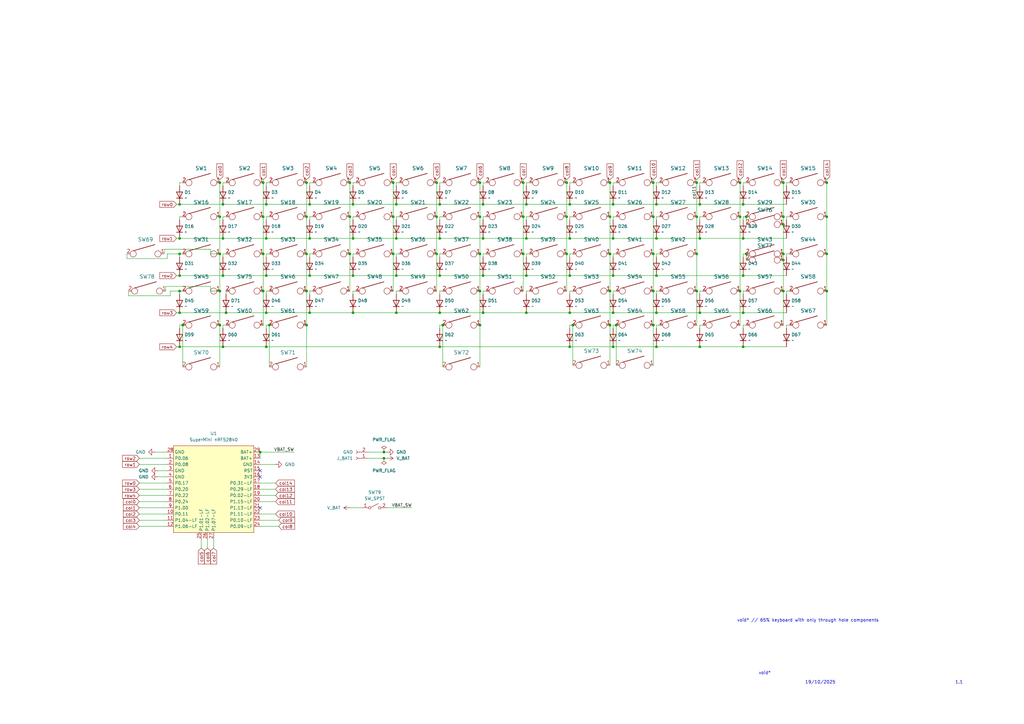
<source format=kicad_sch>
(kicad_sch (version 20250114) (generator "eeschema") (generator_version "9.0")
  (paper "A3")
  (text "1.1" (at 394.97 280.67 0) (effects (font (size 1.27 1.27)) (justify right bottom)))
  (text "void*" (at 311.15 276.86 0) (effects (font (size 1.27 1.27)) (justify left bottom)))
  (text "void* // 65% keyboard with only through hole components" (at 302.26 255.27 0) (effects (font (size 1.27 1.27)) (justify left bottom)))
  (text "19/10/2025" (at 330.2 280.67 0) (effects (font (size 1.27 1.27)) (justify left bottom)))
  (junction (at 306.07 88.9))
  (junction (at 285.75 104.14))
  (junction (at 267.97 119.38))
  (junction (at 214.63 88.9))
  (junction (at 73.66 142.24))
  (junction (at 287.02 142.24))
  (junction (at 214.63 104.14))
  (junction (at 91.44 113.03))
  (junction (at 269.24 142.24))
  (junction (at 161.29 104.14))
  (junction (at 109.22 142.24))
  (junction (at 109.22 97.79))
  (junction (at 232.41 104.14))
  (junction (at 233.68 142.24))
  (junction (at 321.31 106.68))
  (junction (at 181.61 133.35))
  (junction (at 251.46 142.24))
  (junction (at 196.85 88.9))
  (junction (at 180.34 97.79))
  (junction (at 107.95 119.38))
  (junction (at 144.78 83.82))
  (junction (at 215.9 83.82))
  (junction (at 107.95 88.9))
  (junction (at 267.97 104.14))
  (junction (at 91.44 97.79))
  (junction (at 250.19 74.93))
  (junction (at 198.12 97.79))
  (junction (at 143.51 88.9))
  (junction (at 303.53 88.9))
  (junction (at 196.85 133.35))
  (junction (at 233.68 97.79))
  (junction (at 125.73 88.9))
  (junction (at 251.46 128.27))
  (junction (at 285.75 88.9))
  (junction (at 321.31 88.9))
  (junction (at 339.09 88.9))
  (junction (at 73.66 128.27))
  (junction (at 303.53 119.38))
  (junction (at 179.07 104.14))
  (junction (at 157.48 185.42))
  (junction (at 127 97.79))
  (junction (at 267.97 74.93))
  (junction (at 232.41 74.93))
  (junction (at 110.49 133.35))
  (junction (at 143.51 104.14))
  (junction (at 233.68 83.82))
  (junction (at 90.17 104.14))
  (junction (at 198.12 128.27))
  (junction (at 106.68 185.42))
  (junction (at 73.66 119.38))
  (junction (at 109.22 113.03))
  (junction (at 144.78 113.03))
  (junction (at 107.95 74.93))
  (junction (at 251.46 83.82))
  (junction (at 285.75 119.38))
  (junction (at 125.73 104.14))
  (junction (at 339.09 74.93))
  (junction (at 198.12 83.82))
  (junction (at 73.66 104.14))
  (junction (at 162.56 128.27))
  (junction (at 234.95 133.35))
  (junction (at 179.07 88.9))
  (junction (at 250.19 119.38))
  (junction (at 252.73 133.35))
  (junction (at 233.68 128.27))
  (junction (at 339.09 104.14))
  (junction (at 250.19 133.35))
  (junction (at 304.8 97.79))
  (junction (at 267.97 88.9))
  (junction (at 125.73 74.93))
  (junction (at 198.12 113.03))
  (junction (at 251.46 97.79))
  (junction (at 162.56 83.82))
  (junction (at 143.51 74.93))
  (junction (at 144.78 97.79))
  (junction (at 179.07 74.93))
  (junction (at 215.9 113.03))
  (junction (at 196.85 119.38))
  (junction (at 92.71 128.27))
  (junction (at 304.8 83.82))
  (junction (at 214.63 74.93))
  (junction (at 321.31 119.38))
  (junction (at 73.66 83.82))
  (junction (at 180.34 128.27))
  (junction (at 162.56 113.03))
  (junction (at 306.07 104.14))
  (junction (at 321.31 74.93))
  (junction (at 339.09 119.38))
  (junction (at 90.17 133.35))
  (junction (at 161.29 74.93))
  (junction (at 287.02 97.79))
  (junction (at 180.34 113.03))
  (junction (at 73.66 97.79))
  (junction (at 321.31 104.14))
  (junction (at 127 113.03))
  (junction (at 250.19 104.14))
  (junction (at 269.24 83.82))
  (junction (at 269.24 113.03))
  (junction (at 125.73 119.38))
  (junction (at 73.66 113.03))
  (junction (at 107.95 104.14))
  (junction (at 90.17 88.9))
  (junction (at 303.53 74.93))
  (junction (at 215.9 97.79))
  (junction (at 90.17 74.93))
  (junction (at 161.29 88.9))
  (junction (at 232.41 88.9))
  (junction (at 127 83.82))
  (junction (at 157.48 187.96))
  (junction (at 90.17 119.38))
  (junction (at 287.02 83.82))
  (junction (at 304.8 113.03))
  (junction (at 250.19 88.9))
  (junction (at 144.78 128.27))
  (junction (at 196.85 104.14))
  (junction (at 109.22 128.27))
  (junction (at 91.44 142.24))
  (junction (at 180.34 142.24))
  (junction (at 269.24 97.79))
  (junction (at 251.46 113.03))
  (junction (at 233.68 113.03))
  (junction (at 269.24 128.27))
  (junction (at 304.8 142.24))
  (junction (at 285.75 74.93))
  (junction (at 127 128.27))
  (junction (at 74.93 133.35))
  (junction (at 215.9 128.27))
  (junction (at 109.22 83.82))
  (junction (at 196.85 74.93))
  (junction (at 321.31 92.075))
  (junction (at 125.73 133.35))
  (junction (at 287.02 128.27))
  (junction (at 304.8 128.27))
  (junction (at 180.34 83.82))
  (junction (at 91.44 83.82))
  (junction (at 162.56 97.79))
  (junction (at 267.97 133.35))
  (no_connect (at 106.68 208.28))
  (no_connect (at 106.68 193.04))
  (no_connect (at 106.68 195.58))
  (wire (pts (xy 285.75 74.93) (xy 285.75 88.9)))
  (wire (pts (xy 306.07 92.075) (xy 306.07 88.9)))
  (wire (pts (xy 339.09 74.93) (xy 339.09 88.9)))
  (wire (pts (xy 125.73 119.38) (xy 125.73 133.35)))
  (wire (pts (xy 92.71 119.38) (xy 92.71 120.65)))
  (wire (pts (xy 251.46 74.93) (xy 251.46 76.2)))
  (wire (pts (xy 52.705 119.38) (xy 52.705 121.285)))
  (wire (pts (xy 323.85 104.14) (xy 322.58 104.14)))
  (wire (pts (xy 92.71 133.35) (xy 91.44 133.35)))
  (wire (pts (xy 232.41 73.66) (xy 232.41 74.93)))
  (wire (pts (xy 306.07 74.93) (xy 304.8 74.93)))
  (wire (pts (xy 110.49 119.38) (xy 109.22 119.38)))
  (wire (pts (xy 285.75 73.66) (xy 285.75 74.93)))
  (wire (pts (xy 233.68 74.93) (xy 233.68 76.2)))
  (wire (pts (xy 303.53 74.93) (xy 303.53 88.9)))
  (wire (pts (xy 144.78 83.82) (xy 162.56 83.82)))
  (wire (pts (xy 91.44 97.79) (xy 109.22 97.79)))
  (wire (pts (xy 250.19 104.14) (xy 250.19 119.38)))
  (wire (pts (xy 180.34 128.27) (xy 198.12 128.27)))
  (wire (pts (xy 127 74.93) (xy 127 76.2)))
  (wire (pts (xy 106.68 205.74) (xy 113.03 205.74)))
  (wire (pts (xy 198.12 74.93) (xy 198.12 76.2)))
  (wire (pts (xy 270.51 104.14) (xy 269.24 104.14)))
  (wire (pts (xy 321.31 88.9) (xy 321.31 92.075)))
  (wire (pts (xy 87.63 220.98) (xy 87.63 224.79)))
  (wire (pts (xy 91.44 142.24) (xy 109.22 142.24)))
  (wire (pts (xy 199.39 74.93) (xy 198.12 74.93)))
  (wire (pts (xy 215.9 88.9) (xy 215.9 90.17)))
  (wire (pts (xy 250.19 88.9) (xy 250.19 104.14)))
  (wire (pts (xy 251.46 128.27) (xy 269.24 128.27)))
  (wire (pts (xy 106.68 185.42) (xy 106.68 187.96)))
  (wire (pts (xy 322.58 104.14) (xy 322.58 105.41)))
  (wire (pts (xy 162.56 119.38) (xy 162.56 120.65)))
  (wire (pts (xy 196.85 104.14) (xy 196.85 119.38)))
  (wire (pts (xy 232.41 74.93) (xy 232.41 88.9)))
  (wire (pts (xy 110.49 133.35) (xy 109.22 133.35)))
  (wire (pts (xy 322.58 88.9) (xy 322.58 90.17)))
  (wire (pts (xy 109.22 142.24) (xy 180.34 142.24)))
  (wire (pts (xy 73.66 104.14) (xy 73.66 105.41)))
  (wire (pts (xy 323.85 88.9) (xy 322.58 88.9)))
  (wire (pts (xy 125.73 104.14) (xy 125.73 119.38)))
  (wire (pts (xy 163.83 119.38) (xy 162.56 119.38)))
  (wire (pts (xy 234.95 119.38) (xy 233.68 119.38)))
  (wire (pts (xy 233.68 133.35) (xy 233.68 134.62)))
  (wire (pts (xy 214.63 73.66) (xy 214.63 74.93)))
  (wire (pts (xy 106.68 215.9) (xy 114.3 215.9)))
  (wire (pts (xy 72.39 97.79) (xy 73.66 97.79)))
  (wire (pts (xy 127 128.27) (xy 144.78 128.27)))
  (wire (pts (xy 92.71 88.9) (xy 91.44 88.9)))
  (wire (pts (xy 73.66 119.38) (xy 73.66 120.65)))
  (wire (pts (xy 107.95 119.38) (xy 107.95 133.35)))
  (wire (pts (xy 106.68 198.12) (xy 113.03 198.12)))
  (wire (pts (xy 92.71 74.93) (xy 91.44 74.93)))
  (wire (pts (xy 321.31 104.14) (xy 321.31 106.68)))
  (wire (pts (xy 127 104.14) (xy 127 105.41)))
  (wire (pts (xy 196.85 88.9) (xy 196.85 104.14)))
  (wire (pts (xy 233.68 97.79) (xy 251.46 97.79)))
  (wire (pts (xy 304.8 97.79) (xy 322.58 97.79)))
  (wire (pts (xy 180.34 74.93) (xy 180.34 76.2)))
  (wire (pts (xy 288.29 88.9) (xy 287.02 88.9)))
  (wire (pts (xy 72.39 83.82) (xy 73.66 83.82)))
  (wire (pts (xy 287.02 97.79) (xy 304.8 97.79)))
  (wire (pts (xy 125.73 150.495) (xy 125.73 133.35)))
  (wire (pts (xy 86.36 117.475) (xy 86.36 119.38)))
  (wire (pts (xy 161.29 88.9) (xy 161.29 104.14)))
  (wire (pts (xy 162.56 97.79) (xy 180.34 97.79)))
  (wire (pts (xy 106.68 190.5) (xy 113.03 190.5)))
  (wire (pts (xy 252.73 104.14) (xy 251.46 104.14)))
  (wire (pts (xy 179.07 88.9) (xy 179.07 104.14)))
  (wire (pts (xy 157.48 185.42) (xy 151.13 185.42)))
  (wire (pts (xy 251.46 97.79) (xy 269.24 97.79)))
  (wire (pts (xy 215.9 83.82) (xy 233.68 83.82)))
  (wire (pts (xy 252.73 74.93) (xy 251.46 74.93)))
  (wire (pts (xy 267.97 74.93) (xy 267.97 88.9)))
  (wire (pts (xy 321.31 74.93) (xy 321.31 88.9)))
  (wire (pts (xy 72.39 128.27) (xy 73.66 128.27)))
  (wire (pts (xy 269.24 113.03) (xy 304.8 113.03)))
  (wire (pts (xy 267.97 88.9) (xy 267.97 104.14)))
  (wire (pts (xy 110.49 104.14) (xy 109.22 104.14)))
  (wire (pts (xy 180.34 97.79) (xy 198.12 97.79)))
  (wire (pts (xy 125.73 74.93) (xy 125.73 88.9)))
  (wire (pts (xy 252.73 88.9) (xy 251.46 88.9)))
  (wire (pts (xy 304.8 113.03) (xy 322.58 113.03)))
  (wire (pts (xy 146.05 74.93) (xy 144.78 74.93)))
  (wire (pts (xy 251.46 142.24) (xy 269.24 142.24)))
  (wire (pts (xy 91.44 83.82) (xy 109.22 83.82)))
  (wire (pts (xy 215.9 104.14) (xy 215.9 105.41)))
  (wire (pts (xy 146.05 104.14) (xy 144.78 104.14)))
  (wire (pts (xy 288.29 74.93) (xy 287.02 74.93)))
  (wire (pts (xy 127 83.82) (xy 144.78 83.82)))
  (wire (pts (xy 232.41 104.14) (xy 232.41 119.38)))
  (wire (pts (xy 214.63 104.14) (xy 214.63 119.38)))
  (wire (pts (xy 162.56 83.82) (xy 180.34 83.82)))
  (wire (pts (xy 57.15 198.12) (xy 68.58 198.12)))
  (wire (pts (xy 106.68 185.42) (xy 120.65 185.42)))
  (wire (pts (xy 270.51 74.93) (xy 269.24 74.93)))
  (wire (pts (xy 63.5 185.42) (xy 68.58 185.42)))
  (wire (pts (xy 304.8 83.82) (xy 322.58 83.82)))
  (wire (pts (xy 90.17 73.66) (xy 90.17 74.93)))
  (wire (pts (xy 252.73 119.38) (xy 251.46 119.38)))
  (wire (pts (xy 74.93 133.35) (xy 73.66 133.35)))
  (wire (pts (xy 196.85 150.495) (xy 196.85 133.35)))
  (wire (pts (xy 339.09 73.66) (xy 339.09 74.93)))
  (wire (pts (xy 199.39 104.14) (xy 198.12 104.14)))
  (wire (pts (xy 198.12 128.27) (xy 215.9 128.27)))
  (wire (pts (xy 306.07 104.14) (xy 304.8 104.14)))
  (wire (pts (xy 91.44 88.9) (xy 91.44 90.17)))
  (wire (pts (xy 269.24 104.14) (xy 269.24 105.41)))
  (wire (pts (xy 234.95 88.9) (xy 233.68 88.9)))
  (wire (pts (xy 179.07 104.14) (xy 179.07 119.38)))
  (wire (pts (xy 86.36 102.235) (xy 86.36 104.14)))
  (wire (pts (xy 52.07 106.045) (xy 52.07 104.14)))
  (wire (pts (xy 269.24 97.79) (xy 287.02 97.79)))
  (wire (pts (xy 128.27 74.93) (xy 127 74.93)))
  (wire (pts (xy 144.78 88.9) (xy 144.78 90.17)))
  (wire (pts (xy 91.44 74.93) (xy 91.44 76.2)))
  (wire (pts (xy 57.15 190.5) (xy 68.58 190.5)))
  (wire (pts (xy 91.44 113.03) (xy 109.22 113.03)))
  (wire (pts (xy 303.53 88.9) (xy 303.53 119.38)))
  (wire (pts (xy 250.19 74.93) (xy 250.19 88.9)))
  (wire (pts (xy 198.12 119.38) (xy 198.12 120.65)))
  (wire (pts (xy 144.78 104.14) (xy 144.78 105.41)))
  (wire (pts (xy 86.36 119.38) (xy 90.17 119.38)))
  (wire (pts (xy 269.24 119.38) (xy 269.24 120.65)))
  (wire (pts (xy 269.24 88.9) (xy 269.24 90.17)))
  (wire (pts (xy 107.95 88.9) (xy 107.95 104.14)))
  (wire (pts (xy 321.31 106.68) (xy 321.31 119.38)))
  (wire (pts (xy 321.31 119.38) (xy 321.31 133.35)))
  (wire (pts (xy 215.9 128.27) (xy 233.68 128.27)))
  (wire (pts (xy 52.705 121.285) (xy 69.85 121.285)))
  (wire (pts (xy 214.63 88.9) (xy 214.63 104.14)))
  (wire (pts (xy 267.97 104.14) (xy 267.97 119.38)))
  (wire (pts (xy 109.22 74.93) (xy 109.22 76.2)))
  (wire (pts (xy 57.15 213.36) (xy 68.58 213.36)))
  (wire (pts (xy 217.17 88.9) (xy 215.9 88.9)))
  (wire (pts (xy 106.68 210.82) (xy 113.03 210.82)))
  (wire (pts (xy 322.58 119.38) (xy 322.58 120.65)))
  (wire (pts (xy 269.24 133.35) (xy 269.24 134.62)))
  (wire (pts (xy 128.27 104.14) (xy 127 104.14)))
  (wire (pts (xy 109.22 128.27) (xy 127 128.27)))
  (wire (pts (xy 251.46 133.35) (xy 251.46 134.62)))
  (wire (pts (xy 251.46 119.38) (xy 251.46 120.65)))
  (wire (pts (xy 73.66 97.79) (xy 91.44 97.79)))
  (wire (pts (xy 234.95 133.35) (xy 233.68 133.35)))
  (wire (pts (xy 269.24 83.82) (xy 287.02 83.82)))
  (wire (pts (xy 90.17 104.14) (xy 90.17 119.38)))
  (wire (pts (xy 125.73 88.9) (xy 125.73 104.14)))
  (wire (pts (xy 180.34 133.35) (xy 180.34 134.62)))
  (wire (pts (xy 162.56 88.9) (xy 162.56 90.17)))
  (wire (pts (xy 157.48 187.96) (xy 151.13 187.96)))
  (wire (pts (xy 163.83 88.9) (xy 162.56 88.9)))
  (wire (pts (xy 69.85 121.285) (xy 69.85 119.38)))
  (wire (pts (xy 107.95 73.66) (xy 107.95 74.93)))
  (wire (pts (xy 110.49 150.495) (xy 110.49 133.35)))
  (wire (pts (xy 90.17 119.38) (xy 90.17 133.35)))
  (wire (pts (xy 303.53 73.66) (xy 303.53 74.93)))
  (wire (pts (xy 106.68 200.66) (xy 113.03 200.66)))
  (wire (pts (xy 269.24 128.27) (xy 287.02 128.27)))
  (wire (pts (xy 109.22 113.03) (xy 127 113.03)))
  (wire (pts (xy 285.75 119.38) (xy 285.75 133.35)))
  (wire (pts (xy 322.58 133.35) (xy 322.58 134.62)))
  (wire (pts (xy 162.56 74.93) (xy 162.56 76.2)))
  (wire (pts (xy 109.22 83.82) (xy 127 83.82)))
  (wire (pts (xy 339.09 104.14) (xy 339.09 119.38)))
  (wire (pts (xy 162.56 104.14) (xy 162.56 105.41)))
  (wire (pts (xy 106.68 213.36) (xy 114.3 213.36)))
  (wire (pts (xy 74.93 104.14) (xy 73.66 104.14)))
  (wire (pts (xy 215.9 113.03) (xy 233.68 113.03)))
  (wire (pts (xy 250.19 119.38) (xy 250.19 133.35)))
  (wire (pts (xy 68.58 106.045) (xy 52.07 106.045)))
  (wire (pts (xy 306.07 88.9) (xy 304.8 88.9)))
  (wire (pts (xy 181.61 74.93) (xy 180.34 74.93)))
  (wire (pts (xy 57.15 187.96) (xy 68.58 187.96)))
  (wire (pts (xy 68.58 104.14) (xy 68.58 106.045)))
  (wire (pts (xy 143.51 74.93) (xy 143.51 88.9)))
  (wire (pts (xy 91.44 133.35) (xy 91.44 134.62)))
  (wire (pts (xy 285.75 104.14) (xy 285.75 119.38)))
  (wire (pts (xy 74.93 74.93) (xy 73.66 74.93)))
  (wire (pts (xy 181.61 119.38) (xy 180.34 119.38)))
  (wire (pts (xy 74.93 150.495) (xy 74.93 133.35)))
  (wire (pts (xy 251.46 104.14) (xy 251.46 105.41)))
  (wire (pts (xy 64.77 195.58) (xy 68.58 195.58)))
  (wire (pts (xy 73.66 88.9) (xy 73.66 90.17)))
  (wire (pts (xy 232.41 88.9) (xy 232.41 104.14)))
  (wire (pts (xy 144.78 128.27) (xy 162.56 128.27)))
  (wire (pts (xy 180.34 142.24) (xy 233.68 142.24)))
  (wire (pts (xy 198.12 83.82) (xy 215.9 83.82)))
  (wire (pts (xy 110.49 88.9) (xy 109.22 88.9)))
  (wire (pts (xy 198.12 113.03) (xy 215.9 113.03)))
  (wire (pts (xy 144.78 113.03) (xy 162.56 113.03)))
  (wire (pts (xy 323.85 119.38) (xy 322.58 119.38)))
  (wire (pts (xy 287.02 74.93) (xy 287.02 76.2)))
  (wire (pts (xy 144.78 119.38) (xy 144.78 120.65)))
  (wire (pts (xy 127 97.79) (xy 144.78 97.79)))
  (wire (pts (xy 323.85 133.35) (xy 322.58 133.35)))
  (wire (pts (xy 57.15 208.28) (xy 68.58 208.28)))
  (wire (pts (xy 304.8 119.38) (xy 304.8 120.65)))
  (wire (pts (xy 339.09 88.9) (xy 339.09 104.14)))
  (wire (pts (xy 215.9 74.93) (xy 215.9 76.2)))
  (wire (pts (xy 125.73 73.66) (xy 125.73 74.93)))
  (wire (pts (xy 73.66 83.82) (xy 91.44 83.82)))
  (wire (pts (xy 92.71 104.14) (xy 91.44 104.14)))
  (wire (pts (xy 306.07 133.35) (xy 304.8 133.35)))
  (wire (pts (xy 252.73 133.35) (xy 251.46 133.35)))
  (wire (pts (xy 251.46 113.03) (xy 269.24 113.03)))
  (wire (pts (xy 270.51 88.9) (xy 269.24 88.9)))
  (wire (pts (xy 181.61 88.9) (xy 180.34 88.9)))
  (wire (pts (xy 72.39 113.03) (xy 73.66 113.03)))
  (wire (pts (xy 233.68 113.03) (xy 251.46 113.03)))
  (wire (pts (xy 106.68 203.2) (xy 113.03 203.2)))
  (wire (pts (xy 74.93 88.9) (xy 73.66 88.9)))
  (wire (pts (xy 215.9 119.38) (xy 215.9 120.65)))
  (wire (pts (xy 158.75 208.28) (xy 168.91 208.28)))
  (wire (pts (xy 234.95 104.14) (xy 233.68 104.14)))
  (wire (pts (xy 181.61 150.495) (xy 181.61 133.35)))
  (wire (pts (xy 127 88.9) (xy 127 90.17)))
  (wire (pts (xy 162.56 128.27) (xy 180.34 128.27)))
  (wire (pts (xy 158.75 185.42) (xy 157.48 185.42)))
  (wire (pts (xy 288.29 133.35) (xy 287.02 133.35)))
  (wire (pts (xy 252.73 149.86) (xy 252.73 133.35)))
  (wire (pts (xy 90.17 74.93) (xy 90.17 88.9)))
  (wire (pts (xy 270.51 119.38) (xy 269.24 119.38)))
  (wire (pts (xy 109.22 133.35) (xy 109.22 134.62)))
  (wire (pts (xy 196.85 74.93) (xy 196.85 88.9)))
  (wire (pts (xy 57.15 203.2) (xy 68.58 203.2)))
  (wire (pts (xy 234.95 149.86) (xy 234.95 133.35)))
  (wire (pts (xy 267.97 73.66) (xy 267.97 74.93)))
  (wire (pts (xy 163.83 74.93) (xy 162.56 74.93)))
  (wire (pts (xy 215.9 97.79) (xy 233.68 97.79)))
  (wire (pts (xy 127 113.03) (xy 144.78 113.03)))
  (wire (pts (xy 67.945 119.38) (xy 67.945 117.475)))
  (wire (pts (xy 161.29 104.14) (xy 161.29 119.38)))
  (wire (pts (xy 304.8 133.35) (xy 304.8 134.62)))
  (wire (pts (xy 198.12 88.9) (xy 198.12 90.17)))
  (wire (pts (xy 321.31 92.075) (xy 321.31 104.14)))
  (wire (pts (xy 287.02 119.38) (xy 287.02 120.65)))
  (wire (pts (xy 233.68 88.9) (xy 233.68 90.17)))
  (wire (pts (xy 64.77 193.04) (xy 68.58 193.04)))
  (wire (pts (xy 287.02 88.9) (xy 287.02 90.17)))
  (wire (pts (xy 287.02 128.27) (xy 304.8 128.27)))
  (wire (pts (xy 267.97 119.38) (xy 267.97 133.35)))
  (wire (pts (xy 143.51 208.28) (xy 148.59 208.28)))
  (wire (pts (xy 181.61 104.14) (xy 180.34 104.14)))
  (wire (pts (xy 180.34 88.9) (xy 180.34 90.17)))
  (wire (pts (xy 146.05 119.38) (xy 144.78 119.38)))
  (wire (pts (xy 217.17 104.14) (xy 215.9 104.14)))
  (wire (pts (xy 86.36 104.14) (xy 90.17 104.14)))
  (wire (pts (xy 180.34 113.03) (xy 198.12 113.03)))
  (wire (pts (xy 269.24 74.93) (xy 269.24 76.2)))
  (wire (pts (xy 109.22 97.79) (xy 127 97.79)))
  (wire (pts (xy 161.29 73.66) (xy 161.29 74.93)))
  (wire (pts (xy 92.71 128.27) (xy 109.22 128.27)))
  (wire (pts (xy 339.09 119.38) (xy 339.09 133.35)))
  (wire (pts (xy 67.31 104.14) (xy 67.31 102.235)))
  (wire (pts (xy 67.31 102.235) (xy 86.36 102.235)))
  (wire (pts (xy 270.51 133.35) (xy 269.24 133.35)))
  (wire (pts (xy 57.15 200.66) (xy 68.58 200.66)))
  (wire (pts (xy 234.95 74.93) (xy 233.68 74.93)))
  (wire (pts (xy 127 119.38) (xy 127 120.65)))
  (wire (pts (xy 146.05 88.9) (xy 144.78 88.9)))
  (wire (pts (xy 91.44 104.14) (xy 91.44 105.41)))
  (wire (pts (xy 233.68 104.14) (xy 233.68 105.41)))
  (wire (pts (xy 163.83 104.14) (xy 162.56 104.14)))
  (wire (pts (xy 304.8 74.93) (xy 304.8 76.2)))
  (wire (pts (xy 143.51 104.14) (xy 143.51 119.38)))
  (wire (pts (xy 73.66 113.03) (xy 91.44 113.03)))
  (wire (pts (xy 306.07 119.38) (xy 304.8 119.38)))
  (wire (pts (xy 73.66 128.27) (xy 92.71 128.27)))
  (wire (pts (xy 251.46 83.82) (xy 269.24 83.82)))
  (wire (pts (xy 180.34 83.82) (xy 198.12 83.82)))
  (wire (pts (xy 304.8 128.27) (xy 322.58 128.27)))
  (wire (pts (xy 85.09 220.98) (xy 85.09 224.79)))
  (wire (pts (xy 90.17 88.9) (xy 90.17 104.14)))
  (wire (pts (xy 109.22 119.38) (xy 109.22 120.65)))
  (wire (pts (xy 322.58 74.93) (xy 322.58 76.2)))
  (wire (pts (xy 143.51 88.9) (xy 143.51 104.14)))
  (wire (pts (xy 233.68 83.82) (xy 251.46 83.82)))
  (wire (pts (xy 107.95 104.14) (xy 107.95 119.38)))
  (wire (pts (xy 110.49 74.93) (xy 109.22 74.93)))
  (wire (pts (xy 304.8 142.24) (xy 322.58 142.24)))
  (wire (pts (xy 74.93 119.38) (xy 73.66 119.38)))
  (wire (pts (xy 143.51 73.66) (xy 143.51 74.93)))
  (wire (pts (xy 180.34 119.38) (xy 180.34 120.65)))
  (wire (pts (xy 288.29 119.38) (xy 287.02 119.38)))
  (wire (pts (xy 82.55 220.98) (xy 82.55 224.79)))
  (wire (pts (xy 214.63 74.93) (xy 214.63 88.9)))
  (wire (pts (xy 67.945 117.475) (xy 86.36 117.475)))
  (wire (pts (xy 233.68 119.38) (xy 233.68 120.65)))
  (wire (pts (xy 304.8 88.9) (xy 304.8 90.17)))
  (wire (pts (xy 287.02 133.35) (xy 287.02 134.62)))
  (wire (pts (xy 181.61 133.35) (xy 180.34 133.35)))
  (wire (pts (xy 250.19 149.86) (xy 250.19 133.35)))
  (wire (pts (xy 269.24 142.24) (xy 287.02 142.24)))
  (wire (pts (xy 198.12 97.79) (xy 215.9 97.79)))
  (wire (pts (xy 90.17 150.495) (xy 90.17 133.35)))
  (wire (pts (xy 128.27 88.9) (xy 127 88.9)))
  (wire (pts (xy 233.68 142.24) (xy 251.46 142.24)))
  (wire (pts (xy 161.29 74.93) (xy 161.29 88.9)))
  (wire (pts (xy 73.66 104.14) (xy 68.58 104.14)))
  (wire (pts (xy 128.27 119.38) (xy 127 119.38)))
  (wire (pts (xy 321.31 73.66) (xy 321.31 74.93)))
  (wire (pts (xy 217.17 74.93) (xy 215.9 74.93)))
  (wire (pts (xy 144.78 97.79) (xy 162.56 97.79)))
  (wire (pts (xy 162.56 113.03) (xy 180.34 113.03)))
  (wire (pts (xy 73.66 142.24) (xy 91.44 142.24)))
  (wire (pts (xy 57.15 210.82) (xy 68.58 210.82)))
  (wire (pts (xy 306.07 106.68) (xy 306.07 104.14)))
  (wire (pts (xy 73.66 133.35) (xy 73.66 134.62)))
  (wire (pts (xy 250.19 73.66) (xy 250.19 74.93)))
  (wire (pts (xy 109.22 88.9) (xy 109.22 90.17)))
  (wire (pts (xy 57.15 215.9) (xy 68.58 215.9)))
  (wire (pts (xy 198.12 104.14) (xy 198.12 105.41)))
  (wire (pts (xy 179.07 74.93) (xy 179.07 88.9)))
  (wire (pts (xy 217.17 119.38) (xy 215.9 119.38)))
  (wire (pts (xy 287.02 83.82) (xy 304.8 83.82)))
  (wire (pts (xy 158.75 187.96) (xy 157.48 187.96)))
  (wire (pts (xy 199.39 119.38) (xy 198.12 119.38)))
  (wire (pts (xy 251.46 88.9) (xy 251.46 90.17)))
  (wire (pts (xy 199.39 88.9) (xy 198.12 88.9)))
  (wire (pts (xy 267.97 149.86) (xy 267.97 133.35)))
  (wire (pts (xy 303.53 119.38) (xy 303.53 133.35)))
  (wire (pts (xy 196.85 119.38) (xy 196.85 133.35)))
  (wire (pts (xy 287.02 142.24) (xy 304.8 142.24)))
  (wire (pts (xy 323.85 74.93) (xy 322.58 74.93)))
  (wire (pts (xy 233.68 128.27) (xy 251.46 128.27)))
  (wire (pts (xy 304.8 104.14) (xy 304.8 105.41)))
  (wire (pts (xy 179.07 73.66) (xy 179.07 74.93)))
  (wire (pts (xy 109.22 104.14) (xy 109.22 105.41)))
  (wire (pts (xy 57.15 205.74) (xy 68.58 205.74)))
  (wire (pts (xy 69.85 119.38) (xy 73.66 119.38)))
  (wire (pts (xy 180.34 104.14) (xy 180.34 105.41)))
  (wire (pts (xy 285.75 88.9) (xy 285.75 104.14)))
  (wire (pts (xy 196.85 73.66) (xy 196.85 74.93)))
  (wire (pts (xy 73.66 74.93) (xy 73.66 76.2)))
  (wire (pts (xy 144.78 74.93) (xy 144.78 76.2)))
  (wire (pts (xy 72.39 142.24) (xy 73.66 142.24)))
  (wire (pts (xy 107.95 74.93) (xy 107.95 88.9)))
  (label "VBAT_SW" (at 120.65 185.42 180))
  (label "VBAT_SW" (at 168.91 208.28 180))
  (label "col11" (at 285.75 76.2 270))
  (global_label "col13" (shape input) (at 321.31 73.66 90) (property "Intersheetrefs" "${INTERSHEET_REFS}" (effects (hide yes))))
  (global_label "col2" (shape input) (at 57.15 210.82 180) (property "Intersheetrefs" "${INTERSHEET_REFS}" (effects (hide yes))))
  (global_label "col12" (shape input) (at 303.53 73.66 90) (property "Intersheetrefs" "${INTERSHEET_REFS}" (effects (hide yes))))
  (global_label "col8" (shape input) (at 114.3 215.9 0) (property "Intersheetrefs" "${INTERSHEET_REFS}" (effects (hide yes))))
  (global_label "col3" (shape input) (at 143.51 73.66 90) (property "Intersheetrefs" "${INTERSHEET_REFS}" (effects (hide yes))))
  (global_label "col10" (shape input) (at 113.03 210.82 0) (property "Intersheetrefs" "${INTERSHEET_REFS}" (effects (hide yes))))
  (global_label "col11" (shape input) (at 285.75 73.66 90) (property "Intersheetrefs" "${INTERSHEET_REFS}" (effects (hide yes))))
  (global_label "col1" (shape input) (at 107.95 73.66 90) (property "Intersheetrefs" "${INTERSHEET_REFS}" (effects (hide yes))))
  (global_label "row4" (shape input) (at 72.39 142.24 180) (property "Intersheetrefs" "${INTERSHEET_REFS}" (effects (hide yes))))
  (global_label "row2" (shape input) (at 72.39 113.03 180) (property "Intersheetrefs" "${INTERSHEET_REFS}" (effects (hide yes))))
  (global_label "row1" (shape input) (at 72.39 97.79 180) (property "Intersheetrefs" "${INTERSHEET_REFS}" (effects (hide yes))))
  (global_label "col7" (shape input) (at 87.63 224.79 270) (property "Intersheetrefs" "${INTERSHEET_REFS}" (effects (hide yes))))
  (global_label "col5" (shape input) (at 82.55 224.79 270) (property "Intersheetrefs" "${INTERSHEET_REFS}" (effects (hide yes))))
  (global_label "col4" (shape input) (at 161.29 73.66 90) (property "Intersheetrefs" "${INTERSHEET_REFS}" (effects (hide yes))))
  (global_label "row3" (shape input) (at 72.39 128.27 180) (property "Intersheetrefs" "${INTERSHEET_REFS}" (effects (hide yes))))
  (global_label "col6" (shape input) (at 196.85 73.66 90) (property "Intersheetrefs" "${INTERSHEET_REFS}" (effects (hide yes))))
  (global_label "col11" (shape input) (at 113.03 205.74 0) (property "Intersheetrefs" "${INTERSHEET_REFS}" (effects (hide yes))))
  (global_label "row0" (shape input) (at 72.39 83.82 180) (property "Intersheetrefs" "${INTERSHEET_REFS}" (effects (hide yes))))
  (global_label "col2" (shape input) (at 125.73 73.66 90) (property "Intersheetrefs" "${INTERSHEET_REFS}" (effects (hide yes))))
  (global_label "col3" (shape input) (at 57.15 213.36 180) (property "Intersheetrefs" "${INTERSHEET_REFS}" (effects (hide yes))))
  (global_label "col8" (shape input) (at 232.41 73.66 90) (property "Intersheetrefs" "${INTERSHEET_REFS}" (effects (hide yes))))
  (global_label "col14" (shape input) (at 339.09 73.66 90) (property "Intersheetrefs" "${INTERSHEET_REFS}" (effects (hide yes))))
  (global_label "row3" (shape input) (at 57.15 200.66 180) (property "Intersheetrefs" "${INTERSHEET_REFS}" (effects (hide yes))))
  (global_label "col4" (shape input) (at 57.15 215.9 180) (property "Intersheetrefs" "${INTERSHEET_REFS}" (effects (hide yes))))
  (global_label "col12" (shape input) (at 113.03 203.2 0) (property "Intersheetrefs" "${INTERSHEET_REFS}" (effects (hide yes))))
  (global_label "col9" (shape input) (at 250.19 73.66 90) (property "Intersheetrefs" "${INTERSHEET_REFS}" (effects (hide yes))))
  (global_label "col9" (shape input) (at 114.3 213.36 0) (property "Intersheetrefs" "${INTERSHEET_REFS}" (effects (hide yes))))
  (global_label "col5" (shape input) (at 179.07 73.66 90) (property "Intersheetrefs" "${INTERSHEET_REFS}" (effects (hide yes))))
  (global_label "row0" (shape input) (at 57.15 198.12 180) (property "Intersheetrefs" "${INTERSHEET_REFS}" (effects (hide yes))))
  (global_label "col1" (shape input) (at 57.15 208.28 180) (property "Intersheetrefs" "${INTERSHEET_REFS}" (effects (hide yes))))
  (global_label "col13" (shape input) (at 113.03 200.66 0) (property "Intersheetrefs" "${INTERSHEET_REFS}" (effects (hide yes))))
  (global_label "row1" (shape input) (at 57.15 190.5 180) (property "Intersheetrefs" "${INTERSHEET_REFS}" (effects (hide yes))))
  (global_label "row2" (shape input) (at 57.15 187.96 180) (property "Intersheetrefs" "${INTERSHEET_REFS}" (effects (hide yes))))
  (global_label "col10" (shape input) (at 267.97 73.66 90) (property "Intersheetrefs" "${INTERSHEET_REFS}" (effects (hide yes))))
  (global_label "col6" (shape input) (at 85.09 224.79 270) (property "Intersheetrefs" "${INTERSHEET_REFS}" (effects (hide yes))))
  (global_label "col0" (shape input) (at 90.17 73.66 90) (property "Intersheetrefs" "${INTERSHEET_REFS}" (effects (hide yes))))
  (global_label "col14" (shape input) (at 113.03 198.12 0) (property "Intersheetrefs" "${INTERSHEET_REFS}" (effects (hide yes))))
  (global_label "col7" (shape input) (at 214.63 73.66 90) (property "Intersheetrefs" "${INTERSHEET_REFS}" (effects (hide yes))))
  (global_label "row4" (shape input) (at 57.15 203.2 180) (property "Intersheetrefs" "${INTERSHEET_REFS}" (effects (hide yes))))
  (global_label "col0" (shape input) (at 57.15 205.74 180) (property "Intersheetrefs" "${INTERSHEET_REFS}" (effects (hide yes))))
  (symbol (lib_id "keyboard_parts:KEYSW") (at 82.55 74.93 0) (unit 1)
    (property "Reference" "SW1" (at 82.55 69.0118 0) (effects (font (size 1.524 1.524))))
    (property "Value" "KEYSW" (effects (hide yes)))
    (property "Footprint" "cftkb:SW_Cherry_MX1A_1.00u_PCB-NOSCREEN" (effects (hide yes)))
  )
  (symbol (lib_id "Device:D") (at 73.66 80.01 90) (unit 1)
    (property "Reference" "D1" (at 75.6666 78.8416 90) (effects (justify right)))
    (property "Value" "~" (at 75.6666 81.153 90) (effects (justify right)))
    (property "Footprint" "cftkb:D_DO-35_SOD27_P5.08mm_Horizontal" (effects (hide yes)))
  )
  (symbol (lib_id "keyboard_parts:KEYSW") (at 100.33 74.93 0) (unit 1)
    (property "Reference" "SW2" (at 100.33 69.0118 0) (effects (font (size 1.524 1.524))))
    (property "Value" "KEYSW" (effects (hide yes)))
    (property "Footprint" "cftkb:SW_Cherry_MX1A_1.00u_PCB-NOSCREEN" (effects (hide yes)))
  )
  (symbol (lib_id "Device:D") (at 91.44 80.01 90) (unit 1)
    (property "Reference" "D2" (at 93.4466 78.8416 90) (effects (justify right)))
    (property "Value" "~" (at 93.4466 81.153 90) (effects (justify right)))
    (property "Footprint" "cftkb:D_DO-35_SOD27_P5.08mm_Horizontal" (effects (hide yes)))
  )
  (symbol (lib_id "keyboard_parts:KEYSW") (at 118.11 74.93 0) (unit 1)
    (property "Reference" "SW3" (at 118.11 69.0118 0) (effects (font (size 1.524 1.524))))
    (property "Value" "KEYSW" (effects (hide yes)))
    (property "Footprint" "cftkb:SW_Cherry_MX1A_1.00u_PCB-NOSCREEN" (effects (hide yes)))
  )
  (symbol (lib_id "Device:D") (at 109.22 80.01 90) (unit 1)
    (property "Reference" "D3" (at 111.2266 78.8416 90) (effects (justify right)))
    (property "Value" "~" (at 111.2266 81.153 90) (effects (justify right)))
    (property "Footprint" "cftkb:D_DO-35_SOD27_P5.08mm_Horizontal" (effects (hide yes)))
  )
  (symbol (lib_id "keyboard_parts:KEYSW") (at 135.89 74.93 0) (unit 1)
    (property "Reference" "SW4" (at 135.89 69.0118 0) (effects (font (size 1.524 1.524))))
    (property "Value" "KEYSW" (effects (hide yes)))
    (property "Footprint" "cftkb:SW_Cherry_MX1A_1.00u_PCB-NOSCREEN" (effects (hide yes)))
  )
  (symbol (lib_id "Device:D") (at 127 80.01 90) (unit 1)
    (property "Reference" "D4" (at 129.0066 78.8416 90) (effects (justify right)))
    (property "Value" "~" (at 129.0066 81.153 90) (effects (justify right)))
    (property "Footprint" "cftkb:D_DO-35_SOD27_P5.08mm_Horizontal" (effects (hide yes)))
  )
  (symbol (lib_id "keyboard_parts:KEYSW") (at 153.67 74.93 0) (unit 1)
    (property "Reference" "SW5" (at 153.67 69.0118 0) (effects (font (size 1.524 1.524))))
    (property "Value" "KEYSW" (effects (hide yes)))
    (property "Footprint" "cftkb:SW_Cherry_MX1A_1.00u_PCB-NOSCREEN" (effects (hide yes)))
  )
  (symbol (lib_id "Device:D") (at 144.78 80.01 90) (unit 1)
    (property "Reference" "D5" (at 146.7866 78.8416 90) (effects (justify right)))
    (property "Value" "~" (at 146.7866 81.153 90) (effects (justify right)))
    (property "Footprint" "cftkb:D_DO-35_SOD27_P5.08mm_Horizontal" (effects (hide yes)))
  )
  (symbol (lib_id "keyboard_parts:KEYSW") (at 171.45 74.93 0) (unit 1)
    (property "Reference" "SW6" (at 171.45 69.0118 0) (effects (font (size 1.524 1.524))))
    (property "Value" "KEYSW" (effects (hide yes)))
    (property "Footprint" "cftkb:SW_Cherry_MX1A_1.00u_PCB-NOSCREEN" (effects (hide yes)))
  )
  (symbol (lib_id "Device:D") (at 162.56 80.01 90) (unit 1)
    (property "Reference" "D6" (at 164.5666 78.8416 90) (effects (justify right)))
    (property "Value" "~" (at 164.5666 81.153 90) (effects (justify right)))
    (property "Footprint" "cftkb:D_DO-35_SOD27_P5.08mm_Horizontal" (effects (hide yes)))
  )
  (symbol (lib_id "keyboard_parts:KEYSW") (at 189.23 74.93 0) (unit 1)
    (property "Reference" "SW7" (at 189.23 69.0118 0) (effects (font (size 1.524 1.524))))
    (property "Value" "KEYSW" (effects (hide yes)))
    (property "Footprint" "cftkb:SW_Cherry_MX1A_1.00u_PCB-NOSCREEN" (effects (hide yes)))
  )
  (symbol (lib_id "Device:D") (at 180.34 80.01 90) (unit 1)
    (property "Reference" "D7" (at 182.3466 78.8416 90) (effects (justify right)))
    (property "Value" "~" (at 182.3466 81.153 90) (effects (justify right)))
    (property "Footprint" "cftkb:D_DO-35_SOD27_P5.08mm_Horizontal" (effects (hide yes)))
  )
  (symbol (lib_id "keyboard_parts:KEYSW") (at 207.01 74.93 0) (unit 1)
    (property "Reference" "SW8" (at 207.01 69.0118 0) (effects (font (size 1.524 1.524))))
    (property "Value" "KEYSW" (effects (hide yes)))
    (property "Footprint" "cftkb:SW_Cherry_MX1A_1.00u_PCB-NOSCREEN" (effects (hide yes)))
  )
  (symbol (lib_id "Device:D") (at 198.12 80.01 90) (unit 1)
    (property "Reference" "D8" (at 200.1266 78.8416 90) (effects (justify right)))
    (property "Value" "~" (at 200.1266 81.153 90) (effects (justify right)))
    (property "Footprint" "cftkb:D_DO-35_SOD27_P5.08mm_Horizontal" (effects (hide yes)))
  )
  (symbol (lib_id "keyboard_parts:KEYSW") (at 224.79 74.93 0) (unit 1)
    (property "Reference" "SW9" (at 224.79 69.0118 0) (effects (font (size 1.524 1.524))))
    (property "Value" "KEYSW" (effects (hide yes)))
    (property "Footprint" "cftkb:SW_Cherry_MX1A_1.00u_PCB-NOSCREEN" (effects (hide yes)))
  )
  (symbol (lib_id "Device:D") (at 215.9 80.01 90) (unit 1)
    (property "Reference" "D9" (at 217.9066 78.8416 90) (effects (justify right)))
    (property "Value" "~" (at 217.9066 81.153 90) (effects (justify right)))
    (property "Footprint" "cftkb:D_DO-35_SOD27_P5.08mm_Horizontal" (effects (hide yes)))
  )
  (symbol (lib_id "keyboard_parts:KEYSW") (at 242.57 74.93 0) (unit 1)
    (property "Reference" "SW10" (at 242.57 69.0118 0) (effects (font (size 1.524 1.524))))
    (property "Value" "KEYSW" (effects (hide yes)))
    (property "Footprint" "cftkb:SW_Cherry_MX1A_1.00u_PCB-NOSCREEN" (effects (hide yes)))
  )
  (symbol (lib_id "Device:D") (at 233.68 80.01 90) (unit 1)
    (property "Reference" "D10" (at 235.6866 78.8416 90) (effects (justify right)))
    (property "Value" "~" (at 235.6866 81.153 90) (effects (justify right)))
    (property "Footprint" "cftkb:D_DO-35_SOD27_P5.08mm_Horizontal" (effects (hide yes)))
  )
  (symbol (lib_id "keyboard_parts:KEYSW") (at 260.35 74.93 0) (unit 1)
    (property "Reference" "SW11" (at 260.35 69.0118 0) (effects (font (size 1.524 1.524))))
    (property "Value" "KEYSW" (effects (hide yes)))
    (property "Footprint" "cftkb:SW_Cherry_MX1A_1.00u_PCB-NOSCREEN" (effects (hide yes)))
  )
  (symbol (lib_id "Device:D") (at 251.46 80.01 90) (unit 1)
    (property "Reference" "D11" (at 253.4666 78.8416 90) (effects (justify right)))
    (property "Value" "~" (at 253.4666 81.153 90) (effects (justify right)))
    (property "Footprint" "cftkb:D_DO-35_SOD27_P5.08mm_Horizontal" (effects (hide yes)))
  )
  (symbol (lib_id "keyboard_parts:KEYSW") (at 278.13 74.93 0) (unit 1)
    (property "Reference" "SW12" (at 278.13 69.0118 0) (effects (font (size 1.524 1.524))))
    (property "Value" "KEYSW" (effects (hide yes)))
    (property "Footprint" "cftkb:SW_Cherry_MX1A_1.00u_PCB-NOSCREEN" (effects (hide yes)))
  )
  (symbol (lib_id "Device:D") (at 269.24 80.01 90) (unit 1)
    (property "Reference" "D12" (at 271.2466 78.8416 90) (effects (justify right)))
    (property "Value" "~" (at 271.2466 81.153 90) (effects (justify right)))
    (property "Footprint" "cftkb:D_DO-35_SOD27_P5.08mm_Horizontal" (effects (hide yes)))
  )
  (symbol (lib_id "keyboard_parts:KEYSW") (at 295.91 74.93 0) (unit 1)
    (property "Reference" "SW13" (at 295.91 69.0118 0) (effects (font (size 1.524 1.524))))
    (property "Value" "KEYSW" (effects (hide yes)))
    (property "Footprint" "cftkb:SW_Cherry_MX1A_1.00u_PCB-NOSCREEN" (effects (hide yes)))
  )
  (symbol (lib_id "Device:D") (at 287.02 80.01 90) (unit 1)
    (property "Reference" "D13" (at 289.0266 78.8416 90) (effects (justify right)))
    (property "Value" "~" (at 289.0266 81.153 90) (effects (justify right)))
    (property "Footprint" "cftkb:D_DO-35_SOD27_P5.08mm_Horizontal" (effects (hide yes)))
  )
  (symbol (lib_id "keyboard_parts:KEYSW") (at 313.69 74.93 0) (unit 1)
    (property "Reference" "SW14" (at 313.69 69.0118 0) (effects (font (size 1.524 1.524))))
    (property "Value" "KEYSW" (effects (hide yes)))
    (property "Footprint" "cftkb:SW_Cherry_MX1A_2.00u_PCBNOSCREEN" (effects (hide yes)))
  )
  (symbol (lib_id "Device:D") (at 304.8 80.01 90) (unit 1)
    (property "Reference" "D14" (at 306.8066 78.8416 90) (effects (justify right)))
    (property "Value" "~" (at 306.8066 81.153 90) (effects (justify right)))
    (property "Footprint" "cftkb:D_DO-35_SOD27_P5.08mm_Horizontal" (effects (hide yes)))
  )
  (symbol (lib_id "keyboard_parts:KEYSW") (at 331.47 74.93 0) (unit 1)
    (property "Reference" "SW15" (at 331.47 69.0118 0) (effects (font (size 1.524 1.524))))
    (property "Value" "KEYSW" (effects (hide yes)))
    (property "Footprint" "cftkb:SW_Cherry_MX1A_1.00u_PCB-NOSCREEN" (effects (hide yes)))
  )
  (symbol (lib_id "Device:D") (at 322.58 80.01 90) (unit 1)
    (property "Reference" "D15" (at 324.5866 78.8416 90) (effects (justify right)))
    (property "Value" "~" (at 324.5866 81.153 90) (effects (justify right)))
    (property "Footprint" "cftkb:D_DO-35_SOD27_P5.08mm_Horizontal" (effects (hide yes)))
  )
  (symbol (lib_id "keyboard_parts:KEYSW") (at 82.55 88.9 0) (unit 1)
    (property "Reference" "SW16" (at 82.55 82.9818 0) (effects (font (size 1.524 1.524))))
    (property "Value" "KEYSW" (effects (hide yes)))
    (property "Footprint" "cftkb:SW_Cherry_MX1A_1.50u_PCBNOSCREEN" (effects (hide yes)))
  )
  (symbol (lib_id "Device:D") (at 73.66 93.98 90) (unit 1)
    (property "Reference" "D16" (at 75.6666 92.8116 90) (effects (justify right)))
    (property "Value" "~" (at 75.6666 95.123 90) (effects (justify right)))
    (property "Footprint" "cftkb:D_DO-35_SOD27_P5.08mm_Horizontal" (effects (hide yes)))
  )
  (symbol (lib_id "keyboard_parts:KEYSW") (at 100.33 88.9 0) (unit 1)
    (property "Reference" "SW17" (at 100.33 82.9818 0) (effects (font (size 1.524 1.524))))
    (property "Value" "KEYSW" (effects (hide yes)))
    (property "Footprint" "cftkb:SW_Cherry_MX1A_1.00u_PCB-NOSCREEN" (effects (hide yes)))
  )
  (symbol (lib_id "Device:D") (at 91.44 93.98 90) (unit 1)
    (property "Reference" "D17" (at 93.4466 92.8116 90) (effects (justify right)))
    (property "Value" "~" (at 93.4466 95.123 90) (effects (justify right)))
    (property "Footprint" "cftkb:D_DO-35_SOD27_P5.08mm_Horizontal" (effects (hide yes)))
  )
  (symbol (lib_id "keyboard_parts:KEYSW") (at 118.11 88.9 0) (unit 1)
    (property "Reference" "SW18" (at 118.11 82.9818 0) (effects (font (size 1.524 1.524))))
    (property "Value" "KEYSW" (effects (hide yes)))
    (property "Footprint" "cftkb:SW_Cherry_MX1A_1.00u_PCB-NOSCREEN" (effects (hide yes)))
  )
  (symbol (lib_id "Device:D") (at 109.22 93.98 90) (unit 1)
    (property "Reference" "D18" (at 111.2266 92.8116 90) (effects (justify right)))
    (property "Value" "~" (at 111.2266 95.123 90) (effects (justify right)))
    (property "Footprint" "cftkb:D_DO-35_SOD27_P5.08mm_Horizontal" (effects (hide yes)))
  )
  (symbol (lib_id "keyboard_parts:KEYSW") (at 135.89 88.9 0) (unit 1)
    (property "Reference" "SW19" (at 135.89 82.9818 0) (effects (font (size 1.524 1.524))))
    (property "Value" "KEYSW" (effects (hide yes)))
    (property "Footprint" "cftkb:SW_Cherry_MX1A_1.00u_PCB-NOSCREEN" (effects (hide yes)))
  )
  (symbol (lib_id "Device:D") (at 127 93.98 90) (unit 1)
    (property "Reference" "D19" (at 129.0066 92.8116 90) (effects (justify right)))
    (property "Value" "~" (at 129.0066 95.123 90) (effects (justify right)))
    (property "Footprint" "cftkb:D_DO-35_SOD27_P5.08mm_Horizontal" (effects (hide yes)))
  )
  (symbol (lib_id "keyboard_parts:KEYSW") (at 153.67 88.9 0) (unit 1)
    (property "Reference" "SW20" (at 153.67 82.9818 0) (effects (font (size 1.524 1.524))))
    (property "Value" "KEYSW" (effects (hide yes)))
    (property "Footprint" "cftkb:SW_Cherry_MX1A_1.00u_PCB-NOSCREEN" (effects (hide yes)))
  )
  (symbol (lib_id "Device:D") (at 144.78 93.98 90) (unit 1)
    (property "Reference" "D20" (at 146.7866 92.8116 90) (effects (justify right)))
    (property "Value" "~" (at 146.7866 95.123 90) (effects (justify right)))
    (property "Footprint" "cftkb:D_DO-35_SOD27_P5.08mm_Horizontal" (effects (hide yes)))
  )
  (symbol (lib_id "keyboard_parts:KEYSW") (at 171.45 88.9 0) (unit 1)
    (property "Reference" "SW21" (at 171.45 82.9818 0) (effects (font (size 1.524 1.524))))
    (property "Value" "KEYSW" (effects (hide yes)))
    (property "Footprint" "cftkb:SW_Cherry_MX1A_1.00u_PCB-NOSCREEN" (effects (hide yes)))
  )
  (symbol (lib_id "Device:D") (at 162.56 93.98 90) (unit 1)
    (property "Reference" "D21" (at 164.5666 92.8116 90) (effects (justify right)))
    (property "Value" "~" (at 164.5666 95.123 90) (effects (justify right)))
    (property "Footprint" "cftkb:D_DO-35_SOD27_P5.08mm_Horizontal" (effects (hide yes)))
  )
  (symbol (lib_id "keyboard_parts:KEYSW") (at 189.23 88.9 0) (unit 1)
    (property "Reference" "SW22" (at 189.23 82.9818 0) (effects (font (size 1.524 1.524))))
    (property "Value" "KEYSW" (effects (hide yes)))
    (property "Footprint" "cftkb:SW_Cherry_MX1A_1.00u_PCB-NOSCREEN" (effects (hide yes)))
  )
  (symbol (lib_id "Device:D") (at 180.34 93.98 90) (unit 1)
    (property "Reference" "D22" (at 182.3466 92.8116 90) (effects (justify right)))
    (property "Value" "~" (at 182.3466 95.123 90) (effects (justify right)))
    (property "Footprint" "cftkb:D_DO-35_SOD27_P5.08mm_Horizontal" (effects (hide yes)))
  )
  (symbol (lib_id "keyboard_parts:KEYSW") (at 207.01 88.9 0) (unit 1)
    (property "Reference" "SW23" (at 207.01 82.9818 0) (effects (font (size 1.524 1.524))))
    (property "Value" "KEYSW" (effects (hide yes)))
    (property "Footprint" "cftkb:SW_Cherry_MX1A_1.00u_PCB-NOSCREEN" (effects (hide yes)))
  )
  (symbol (lib_id "Device:D") (at 198.12 93.98 90) (unit 1)
    (property "Reference" "D23" (at 200.1266 92.8116 90) (effects (justify right)))
    (property "Value" "~" (at 200.1266 95.123 90) (effects (justify right)))
    (property "Footprint" "cftkb:D_DO-35_SOD27_P5.08mm_Horizontal" (effects (hide yes)))
  )
  (symbol (lib_id "keyboard_parts:KEYSW") (at 224.79 88.9 0) (unit 1)
    (property "Reference" "SW24" (at 224.79 82.9818 0) (effects (font (size 1.524 1.524))))
    (property "Value" "KEYSW" (effects (hide yes)))
    (property "Footprint" "cftkb:SW_Cherry_MX1A_1.00u_PCB-NOSCREEN" (effects (hide yes)))
  )
  (symbol (lib_id "Device:D") (at 215.9 93.98 90) (unit 1)
    (property "Reference" "D24" (at 217.9066 92.8116 90) (effects (justify right)))
    (property "Value" "~" (at 217.9066 95.123 90) (effects (justify right)))
    (property "Footprint" "cftkb:D_DO-35_SOD27_P5.08mm_Horizontal" (effects (hide yes)))
  )
  (symbol (lib_id "keyboard_parts:KEYSW") (at 242.57 88.9 0) (unit 1)
    (property "Reference" "SW25" (at 242.57 82.9818 0) (effects (font (size 1.524 1.524))))
    (property "Value" "KEYSW" (effects (hide yes)))
    (property "Footprint" "cftkb:SW_Cherry_MX1A_1.00u_PCB-NOSCREEN" (effects (hide yes)))
  )
  (symbol (lib_id "Device:D") (at 233.68 93.98 90) (unit 1)
    (property "Reference" "D25" (at 235.6866 92.8116 90) (effects (justify right)))
    (property "Value" "~" (at 235.6866 95.123 90) (effects (justify right)))
    (property "Footprint" "cftkb:D_DO-35_SOD27_P5.08mm_Horizontal" (effects (hide yes)))
  )
  (symbol (lib_id "keyboard_parts:KEYSW") (at 260.35 88.9 0) (unit 1)
    (property "Reference" "SW26" (at 260.35 82.9818 0) (effects (font (size 1.524 1.524))))
    (property "Value" "KEYSW" (effects (hide yes)))
    (property "Footprint" "cftkb:SW_Cherry_MX1A_1.00u_PCB-NOSCREEN" (effects (hide yes)))
  )
  (symbol (lib_id "Device:D") (at 251.46 93.98 90) (unit 1)
    (property "Reference" "D26" (at 253.4666 92.8116 90) (effects (justify right)))
    (property "Value" "~" (at 253.4666 95.123 90) (effects (justify right)))
    (property "Footprint" "cftkb:D_DO-35_SOD27_P5.08mm_Horizontal" (effects (hide yes)))
  )
  (symbol (lib_id "keyboard_parts:KEYSW") (at 278.13 88.9 0) (unit 1)
    (property "Reference" "SW27" (at 278.13 82.9818 0) (effects (font (size 1.524 1.524))))
    (property "Value" "KEYSW" (effects (hide yes)))
    (property "Footprint" "cftkb:SW_Cherry_MX1A_1.00u_PCB-NOSCREEN" (effects (hide yes)))
  )
  (symbol (lib_id "Device:D") (at 269.24 93.98 90) (unit 1)
    (property "Reference" "D27" (at 271.2466 92.8116 90) (effects (justify right)))
    (property "Value" "~" (at 271.2466 95.123 90) (effects (justify right)))
    (property "Footprint" "cftkb:D_DO-35_SOD27_P5.08mm_Horizontal" (effects (hide yes)))
  )
  (symbol (lib_id "keyboard_parts:KEYSW") (at 295.91 88.9 0) (unit 1)
    (property "Reference" "SW28" (at 295.91 82.9818 0) (effects (font (size 1.524 1.524))))
    (property "Value" "KEYSW" (effects (hide yes)))
    (property "Footprint" "cftkb:SW_Cherry_MX1A_1.00u_PCB-NOSCREEN" (effects (hide yes)))
  )
  (symbol (lib_id "Device:D") (at 287.02 93.98 90) (unit 1)
    (property "Reference" "D28" (at 289.0266 92.8116 90) (effects (justify right)))
    (property "Value" "~" (at 289.0266 95.123 90) (effects (justify right)))
    (property "Footprint" "cftkb:D_DO-35_SOD27_P5.08mm_Horizontal" (effects (hide yes)))
  )
  (symbol (lib_id "keyboard_parts:KEYSW") (at 313.69 88.9 0) (unit 1)
    (property "Reference" "SW29" (at 313.69 82.9818 0) (effects (font (size 1.524 1.524))))
    (property "Value" "KEYSW" (effects (hide yes)))
    (property "Footprint" "cftkb:SW_Cherry_MX1A_1.50u_PCBNOSCREEN" (effects (hide yes)))
  )
  (symbol (lib_id "Device:D") (at 304.8 93.98 90) (unit 1)
    (property "Reference" "D29" (at 306.8066 92.8116 90) (effects (justify right)))
    (property "Value" "~" (at 306.8066 95.123 90) (effects (justify right)))
    (property "Footprint" "cftkb:D_DO-35_SOD27_P5.08mm_Horizontal" (effects (hide yes)))
  )
  (symbol (lib_id "keyboard_parts:KEYSW") (at 331.47 88.9 0) (unit 1)
    (property "Reference" "SW30" (at 331.47 82.9818 0) (effects (font (size 1.524 1.524))))
    (property "Value" "KEYSW" (effects (hide yes)))
    (property "Footprint" "cftkb:SW_Cherry_MX1A_1.00u_PCB-NOSCREEN" (effects (hide yes)))
  )
  (symbol (lib_id "Device:D") (at 322.58 93.98 90) (unit 1)
    (property "Reference" "D30" (at 324.5866 92.8116 90) (effects (justify right)))
    (property "Value" "~" (at 324.5866 95.123 90) (effects (justify right)))
    (property "Footprint" "cftkb:D_DO-35_SOD27_P5.08mm_Horizontal" (effects (hide yes)))
  )
  (symbol (lib_id "keyboard_parts:KEYSW") (at 82.55 104.14 0) (unit 1)
    (property "Reference" "SW31" (at 82.55 98.2218 0) (effects (font (size 1.524 1.524))))
    (property "Value" "KEYSW" (effects (hide yes)))
    (property "Footprint" "cftkb:SW_Cherry_MX1A_1.75u_PCBNOSCREEN" (effects (hide yes)))
  )
  (symbol (lib_id "Device:D") (at 73.66 109.22 90) (unit 1)
    (property "Reference" "D31" (at 75.6666 108.0516 90) (effects (justify right)))
    (property "Value" "~" (at 75.6666 110.363 90) (effects (justify right)))
    (property "Footprint" "cftkb:D_DO-35_SOD27_P5.08mm_Horizontal" (effects (hide yes)))
  )
  (symbol (lib_id "keyboard_parts:KEYSW") (at 100.33 104.14 0) (unit 1)
    (property "Reference" "SW32" (at 100.33 98.2218 0) (effects (font (size 1.524 1.524))))
    (property "Value" "KEYSW" (effects (hide yes)))
    (property "Footprint" "cftkb:SW_Cherry_MX1A_1.00u_PCB-NOSCREEN" (effects (hide yes)))
  )
  (symbol (lib_id "Device:D") (at 91.44 109.22 90) (unit 1)
    (property "Reference" "D32" (at 93.4466 108.0516 90) (effects (justify right)))
    (property "Value" "~" (at 93.4466 110.363 90) (effects (justify right)))
    (property "Footprint" "cftkb:D_DO-35_SOD27_P5.08mm_Horizontal" (effects (hide yes)))
  )
  (symbol (lib_id "keyboard_parts:KEYSW") (at 118.11 104.14 0) (unit 1)
    (property "Reference" "SW33" (at 118.11 98.2218 0) (effects (font (size 1.524 1.524))))
    (property "Value" "KEYSW" (effects (hide yes)))
    (property "Footprint" "cftkb:SW_Cherry_MX1A_1.00u_PCB-NOSCREEN" (effects (hide yes)))
  )
  (symbol (lib_id "Device:D") (at 109.22 109.22 90) (unit 1)
    (property "Reference" "D33" (at 111.2266 108.0516 90) (effects (justify right)))
    (property "Value" "~" (at 111.2266 110.363 90) (effects (justify right)))
    (property "Footprint" "cftkb:D_DO-35_SOD27_P5.08mm_Horizontal" (effects (hide yes)))
  )
  (symbol (lib_id "keyboard_parts:KEYSW") (at 135.89 104.14 0) (unit 1)
    (property "Reference" "SW34" (at 135.89 98.2218 0) (effects (font (size 1.524 1.524))))
    (property "Value" "KEYSW" (effects (hide yes)))
    (property "Footprint" "cftkb:SW_Cherry_MX1A_1.00u_PCB-NOSCREEN" (effects (hide yes)))
  )
  (symbol (lib_id "Device:D") (at 127 109.22 90) (unit 1)
    (property "Reference" "D34" (at 129.0066 108.0516 90) (effects (justify right)))
    (property "Value" "~" (at 129.0066 110.363 90) (effects (justify right)))
    (property "Footprint" "cftkb:D_DO-35_SOD27_P5.08mm_Horizontal" (effects (hide yes)))
  )
  (symbol (lib_id "keyboard_parts:KEYSW") (at 153.67 104.14 0) (unit 1)
    (property "Reference" "SW35" (at 153.67 98.2218 0) (effects (font (size 1.524 1.524))))
    (property "Value" "KEYSW" (effects (hide yes)))
    (property "Footprint" "cftkb:SW_Cherry_MX1A_1.00u_PCB-NOSCREEN" (effects (hide yes)))
  )
  (symbol (lib_id "Device:D") (at 144.78 109.22 90) (unit 1)
    (property "Reference" "D35" (at 146.7866 108.0516 90) (effects (justify right)))
    (property "Value" "~" (at 146.7866 110.363 90) (effects (justify right)))
    (property "Footprint" "cftkb:D_DO-35_SOD27_P5.08mm_Horizontal" (effects (hide yes)))
  )
  (symbol (lib_id "keyboard_parts:KEYSW") (at 171.45 104.14 0) (unit 1)
    (property "Reference" "SW36" (at 171.45 98.2218 0) (effects (font (size 1.524 1.524))))
    (property "Value" "KEYSW" (effects (hide yes)))
    (property "Footprint" "cftkb:SW_Cherry_MX1A_1.00u_PCB-NOSCREEN" (effects (hide yes)))
  )
  (symbol (lib_id "Device:D") (at 162.56 109.22 90) (unit 1)
    (property "Reference" "D36" (at 164.5666 108.0516 90) (effects (justify right)))
    (property "Value" "~" (at 164.5666 110.363 90) (effects (justify right)))
    (property "Footprint" "cftkb:D_DO-35_SOD27_P5.08mm_Horizontal" (effects (hide yes)))
  )
  (symbol (lib_id "keyboard_parts:KEYSW") (at 189.23 104.14 0) (unit 1)
    (property "Reference" "SW37" (at 189.23 98.2218 0) (effects (font (size 1.524 1.524))))
    (property "Value" "KEYSW" (effects (hide yes)))
    (property "Footprint" "cftkb:SW_Cherry_MX1A_1.00u_PCB-NOSCREEN" (effects (hide yes)))
  )
  (symbol (lib_id "Device:D") (at 180.34 109.22 90) (unit 1)
    (property "Reference" "D37" (at 182.3466 108.0516 90) (effects (justify right)))
    (property "Value" "~" (at 182.3466 110.363 90) (effects (justify right)))
    (property "Footprint" "cftkb:D_DO-35_SOD27_P5.08mm_Horizontal" (effects (hide yes)))
  )
  (symbol (lib_id "keyboard_parts:KEYSW") (at 207.01 104.14 0) (unit 1)
    (property "Reference" "SW38" (at 207.01 98.2218 0) (effects (font (size 1.524 1.524))))
    (property "Value" "KEYSW" (effects (hide yes)))
    (property "Footprint" "cftkb:SW_Cherry_MX1A_1.00u_PCB-NOSCREEN" (effects (hide yes)))
  )
  (symbol (lib_id "Device:D") (at 198.12 109.22 90) (unit 1)
    (property "Reference" "D38" (at 200.1266 108.0516 90) (effects (justify right)))
    (property "Value" "~" (at 200.1266 110.363 90) (effects (justify right)))
    (property "Footprint" "cftkb:D_DO-35_SOD27_P5.08mm_Horizontal" (effects (hide yes)))
  )
  (symbol (lib_id "keyboard_parts:KEYSW") (at 224.79 104.14 0) (unit 1)
    (property "Reference" "SW39" (at 224.79 98.2218 0) (effects (font (size 1.524 1.524))))
    (property "Value" "KEYSW" (effects (hide yes)))
    (property "Footprint" "cftkb:SW_Cherry_MX1A_1.00u_PCB-NOSCREEN" (effects (hide yes)))
  )
  (symbol (lib_id "Device:D") (at 215.9 109.22 90) (unit 1)
    (property "Reference" "D39" (at 217.9066 108.0516 90) (effects (justify right)))
    (property "Value" "~" (at 217.9066 110.363 90) (effects (justify right)))
    (property "Footprint" "cftkb:D_DO-35_SOD27_P5.08mm_Horizontal" (effects (hide yes)))
  )
  (symbol (lib_id "keyboard_parts:KEYSW") (at 242.57 104.14 0) (unit 1)
    (property "Reference" "SW40" (at 242.57 98.2218 0) (effects (font (size 1.524 1.524))))
    (property "Value" "KEYSW" (effects (hide yes)))
    (property "Footprint" "cftkb:SW_Cherry_MX1A_1.00u_PCB-NOSCREEN" (effects (hide yes)))
  )
  (symbol (lib_id "Device:D") (at 233.68 109.22 90) (unit 1)
    (property "Reference" "D40" (at 235.6866 108.0516 90) (effects (justify right)))
    (property "Value" "~" (at 235.6866 110.363 90) (effects (justify right)))
    (property "Footprint" "cftkb:D_DO-35_SOD27_P5.08mm_Horizontal" (effects (hide yes)))
  )
  (symbol (lib_id "keyboard_parts:KEYSW") (at 260.35 104.14 0) (unit 1)
    (property "Reference" "SW41" (at 260.35 98.2218 0) (effects (font (size 1.524 1.524))))
    (property "Value" "KEYSW" (effects (hide yes)))
    (property "Footprint" "cftkb:SW_Cherry_MX1A_1.00u_PCB-NOSCREEN" (effects (hide yes)))
  )
  (symbol (lib_id "Device:D") (at 251.46 109.22 90) (unit 1)
    (property "Reference" "D41" (at 253.4666 108.0516 90) (effects (justify right)))
    (property "Value" "~" (at 253.4666 110.363 90) (effects (justify right)))
    (property "Footprint" "cftkb:D_DO-35_SOD27_P5.08mm_Horizontal" (effects (hide yes)))
  )
  (symbol (lib_id "keyboard_parts:KEYSW") (at 278.13 104.14 0) (unit 1)
    (property "Reference" "SW42" (at 278.13 98.2218 0) (effects (font (size 1.524 1.524))))
    (property "Value" "KEYSW" (effects (hide yes)))
    (property "Footprint" "cftkb:SW_Cherry_MX1A_1.00u_PCB-NOSCREEN" (effects (hide yes)))
  )
  (symbol (lib_id "Device:D") (at 269.24 109.22 90) (unit 1)
    (property "Reference" "D42" (at 271.2466 108.0516 90) (effects (justify right)))
    (property "Value" "~" (at 271.2466 110.363 90) (effects (justify right)))
    (property "Footprint" "cftkb:D_DO-35_SOD27_P5.08mm_Horizontal" (effects (hide yes)))
  )
  (symbol (lib_id "keyboard_parts:KEYSW") (at 313.69 104.14 0) (unit 1)
    (property "Reference" "SW43" (at 313.69 98.2218 0) (effects (font (size 1.524 1.524))))
    (property "Value" "KEYSW" (effects (hide yes)))
    (property "Footprint" "cftkb:SW_Cherry_MX1A_2.25u_PCBNOSCREEN" (effects (hide yes)))
  )
  (symbol (lib_id "Device:D") (at 304.8 109.22 90) (unit 1)
    (property "Reference" "D43" (at 306.8066 108.0516 90) (effects (justify right)))
    (property "Value" "~" (at 306.8066 110.363 90) (effects (justify right)))
    (property "Footprint" "cftkb:D_DO-35_SOD27_P5.08mm_Horizontal" (effects (hide yes)))
  )
  (symbol (lib_id "keyboard_parts:KEYSW") (at 331.47 104.14 0) (unit 1)
    (property "Reference" "SW44" (at 331.47 98.2218 0) (effects (font (size 1.524 1.524))))
    (property "Value" "KEYSW" (effects (hide yes)))
    (property "Footprint" "cftkb:SW_Cherry_MX1A_1.00u_PCB-NOSCREEN" (effects (hide yes)))
  )
  (symbol (lib_id "Device:D") (at 322.58 109.22 90) (unit 1)
    (property "Reference" "D44" (at 324.5866 108.0516 90) (effects (justify right)))
    (property "Value" "~" (at 324.5866 110.363 90) (effects (justify right)))
    (property "Footprint" "cftkb:D_DO-35_SOD27_P5.08mm_Horizontal" (effects (hide yes)))
  )
  (symbol (lib_id "keyboard_parts:KEYSW") (at 82.55 119.38 0) (unit 1)
    (property "Reference" "SW45" (at 82.55 113.4618 0) (effects (font (size 1.524 1.524))))
    (property "Value" "KEYSW" (effects (hide yes)))
    (property "Footprint" "cftkb:SW_Cherry_MX1A_2.25u_PCBNOSCREEN" (effects (hide yes)))
  )
  (symbol (lib_id "Device:D") (at 73.66 124.46 90) (unit 1)
    (property "Reference" "D45" (at 75.6666 123.2916 90) (effects (justify right)))
    (property "Value" "~" (at 75.6666 125.603 90) (effects (justify right)))
    (property "Footprint" "cftkb:D_DO-35_SOD27_P5.08mm_Horizontal" (effects (hide yes)))
  )
  (symbol (lib_id "keyboard_parts:KEYSW") (at 118.11 119.38 0) (unit 1)
    (property "Reference" "SW46" (at 118.11 113.4618 0) (effects (font (size 1.524 1.524))))
    (property "Value" "KEYSW" (effects (hide yes)))
    (property "Footprint" "cftkb:SW_Cherry_MX1A_1.00u_PCB-NOSCREEN" (effects (hide yes)))
  )
  (symbol (lib_id "Device:D") (at 109.22 124.46 90) (unit 1)
    (property "Reference" "D46" (at 111.2266 123.2916 90) (effects (justify right)))
    (property "Value" "~" (at 111.2266 125.603 90) (effects (justify right)))
    (property "Footprint" "cftkb:D_DO-35_SOD27_P5.08mm_Horizontal" (effects (hide yes)))
  )
  (symbol (lib_id "keyboard_parts:KEYSW") (at 135.89 119.38 0) (unit 1)
    (property "Reference" "SW47" (at 135.89 113.4618 0) (effects (font (size 1.524 1.524))))
    (property "Value" "KEYSW" (effects (hide yes)))
    (property "Footprint" "cftkb:SW_Cherry_MX1A_1.00u_PCB-NOSCREEN" (effects (hide yes)))
  )
  (symbol (lib_id "Device:D") (at 127 124.46 90) (unit 1)
    (property "Reference" "D47" (at 129.0066 123.2916 90) (effects (justify right)))
    (property "Value" "~" (at 129.0066 125.603 90) (effects (justify right)))
    (property "Footprint" "cftkb:D_DO-35_SOD27_P5.08mm_Horizontal" (effects (hide yes)))
  )
  (symbol (lib_id "keyboard_parts:KEYSW") (at 153.67 119.38 0) (unit 1)
    (property "Reference" "SW48" (at 153.67 113.4618 0) (effects (font (size 1.524 1.524))))
    (property "Value" "KEYSW" (effects (hide yes)))
    (property "Footprint" "cftkb:SW_Cherry_MX1A_1.00u_PCB-NOSCREEN" (effects (hide yes)))
  )
  (symbol (lib_id "Device:D") (at 144.78 124.46 90) (unit 1)
    (property "Reference" "D48" (at 146.7866 123.2916 90) (effects (justify right)))
    (property "Value" "~" (at 146.7866 125.603 90) (effects (justify right)))
    (property "Footprint" "cftkb:D_DO-35_SOD27_P5.08mm_Horizontal" (effects (hide yes)))
  )
  (symbol (lib_id "keyboard_parts:KEYSW") (at 171.45 119.38 0) (unit 1)
    (property "Reference" "SW49" (at 171.45 113.4618 0) (effects (font (size 1.524 1.524))))
    (property "Value" "KEYSW" (effects (hide yes)))
    (property "Footprint" "cftkb:SW_Cherry_MX1A_1.00u_PCB-NOSCREEN" (effects (hide yes)))
  )
  (symbol (lib_id "Device:D") (at 162.56 124.46 90) (unit 1)
    (property "Reference" "D49" (at 164.5666 123.2916 90) (effects (justify right)))
    (property "Value" "~" (at 164.5666 125.603 90) (effects (justify right)))
    (property "Footprint" "cftkb:D_DO-35_SOD27_P5.08mm_Horizontal" (effects (hide yes)))
  )
  (symbol (lib_id "keyboard_parts:KEYSW") (at 189.23 119.38 0) (unit 1)
    (property "Reference" "SW50" (at 189.23 113.4618 0) (effects (font (size 1.524 1.524))))
    (property "Value" "KEYSW" (effects (hide yes)))
    (property "Footprint" "cftkb:SW_Cherry_MX1A_1.00u_PCB-NOSCREEN" (effects (hide yes)))
  )
  (symbol (lib_id "Device:D") (at 180.34 124.46 90) (unit 1)
    (property "Reference" "D50" (at 182.3466 123.2916 90) (effects (justify right)))
    (property "Value" "~" (at 182.3466 125.603 90) (effects (justify right)))
    (property "Footprint" "cftkb:D_DO-35_SOD27_P5.08mm_Horizontal" (effects (hide yes)))
  )
  (symbol (lib_id "keyboard_parts:KEYSW") (at 207.01 119.38 0) (unit 1)
    (property "Reference" "SW51" (at 207.01 113.4618 0) (effects (font (size 1.524 1.524))))
    (property "Value" "KEYSW" (effects (hide yes)))
    (property "Footprint" "cftkb:SW_Cherry_MX1A_1.00u_PCB-NOSCREEN" (effects (hide yes)))
  )
  (symbol (lib_id "Device:D") (at 198.12 124.46 90) (unit 1)
    (property "Reference" "D51" (at 200.1266 123.2916 90) (effects (justify right)))
    (property "Value" "~" (at 200.1266 125.603 90) (effects (justify right)))
    (property "Footprint" "cftkb:D_DO-35_SOD27_P5.08mm_Horizontal" (effects (hide yes)))
  )
  (symbol (lib_id "keyboard_parts:KEYSW") (at 224.79 119.38 0) (unit 1)
    (property "Reference" "SW52" (at 224.79 113.4618 0) (effects (font (size 1.524 1.524))))
    (property "Value" "KEYSW" (effects (hide yes)))
    (property "Footprint" "cftkb:SW_Cherry_MX1A_1.00u_PCB-NOSCREEN" (effects (hide yes)))
  )
  (symbol (lib_id "Device:D") (at 215.9 124.46 90) (unit 1)
    (property "Reference" "D52" (at 217.9066 123.2916 90) (effects (justify right)))
    (property "Value" "~" (at 217.9066 125.603 90) (effects (justify right)))
    (property "Footprint" "cftkb:D_DO-35_SOD27_P5.08mm_Horizontal" (effects (hide yes)))
  )
  (symbol (lib_id "keyboard_parts:KEYSW") (at 242.57 119.38 0) (unit 1)
    (property "Reference" "SW53" (at 242.57 113.4618 0) (effects (font (size 1.524 1.524))))
    (property "Value" "KEYSW" (effects (hide yes)))
    (property "Footprint" "cftkb:SW_Cherry_MX1A_1.00u_PCB-NOSCREEN" (effects (hide yes)))
  )
  (symbol (lib_id "Device:D") (at 233.68 124.46 90) (unit 1)
    (property "Reference" "D53" (at 235.6866 123.2916 90) (effects (justify right)))
    (property "Value" "~" (at 235.6866 125.603 90) (effects (justify right)))
    (property "Footprint" "cftkb:D_DO-35_SOD27_P5.08mm_Horizontal" (effects (hide yes)))
  )
  (symbol (lib_id "keyboard_parts:KEYSW") (at 260.35 119.38 0) (unit 1)
    (property "Reference" "SW54" (at 260.35 113.4618 0) (effects (font (size 1.524 1.524))))
    (property "Value" "KEYSW" (effects (hide yes)))
    (property "Footprint" "cftkb:SW_Cherry_MX1A_1.00u_PCB-NOSCREEN" (effects (hide yes)))
  )
  (symbol (lib_id "Device:D") (at 251.46 124.46 90) (unit 1)
    (property "Reference" "D54" (at 253.4666 123.2916 90) (effects (justify right)))
    (property "Value" "~" (at 253.4666 125.603 90) (effects (justify right)))
    (property "Footprint" "cftkb:D_DO-35_SOD27_P5.08mm_Horizontal" (effects (hide yes)))
  )
  (symbol (lib_id "keyboard_parts:KEYSW") (at 278.13 119.38 0) (unit 1)
    (property "Reference" "SW55" (at 278.13 113.4618 0) (effects (font (size 1.524 1.524))))
    (property "Value" "KEYSW" (effects (hide yes)))
    (property "Footprint" "cftkb:SW_Cherry_MX1A_1.00u_PCB-NOSCREEN" (effects (hide yes)))
  )
  (symbol (lib_id "Device:D") (at 269.24 124.46 90) (unit 1)
    (property "Reference" "D55" (at 271.2466 123.2916 90) (effects (justify right)))
    (property "Value" "~" (at 271.2466 125.603 90) (effects (justify right)))
    (property "Footprint" "cftkb:D_DO-35_SOD27_P5.08mm_Horizontal" (effects (hide yes)))
  )
  (symbol (lib_id "keyboard_parts:KEYSW") (at 295.91 119.38 0) (unit 1)
    (property "Reference" "SW56" (at 295.91 113.4618 0) (effects (font (size 1.524 1.524))))
    (property "Value" "KEYSW" (effects (hide yes)))
    (property "Footprint" "cftkb:SW_Cherry_MX1A_1.75u_PCBNOSCREEN" (effects (hide yes)))
  )
  (symbol (lib_id "Device:D") (at 287.02 124.46 90) (unit 1)
    (property "Reference" "D56" (at 289.0266 123.2916 90) (effects (justify right)))
    (property "Value" "~" (at 289.0266 125.603 90) (effects (justify right)))
    (property "Footprint" "cftkb:D_DO-35_SOD27_P5.08mm_Horizontal" (effects (hide yes)))
  )
  (symbol (lib_id "keyboard_parts:KEYSW") (at 313.69 119.38 0) (unit 1)
    (property "Reference" "SW57" (at 313.69 113.4618 0) (effects (font (size 1.524 1.524))))
    (property "Value" "KEYSW" (effects (hide yes)))
    (property "Footprint" "cftkb:SW_Cherry_MX1A_1.00u_PCB-NOSCREEN" (effects (hide yes)))
  )
  (symbol (lib_id "Device:D") (at 304.8 124.46 90) (unit 1)
    (property "Reference" "D57" (at 306.8066 123.2916 90) (effects (justify right)))
    (property "Value" "~" (at 306.8066 125.603 90) (effects (justify right)))
    (property "Footprint" "cftkb:D_DO-35_SOD27_P5.08mm_Horizontal" (effects (hide yes)))
  )
  (symbol (lib_id "keyboard_parts:KEYSW") (at 331.47 119.38 0) (unit 1)
    (property "Reference" "SW58" (at 331.47 113.4618 0) (effects (font (size 1.524 1.524))))
    (property "Value" "KEYSW" (effects (hide yes)))
    (property "Footprint" "cftkb:SW_Cherry_MX1A_1.00u_PCB-NOSCREEN" (effects (hide yes)))
  )
  (symbol (lib_id "Device:D") (at 322.58 124.46 90) (unit 1)
    (property "Reference" "D58" (at 324.5866 123.2916 90) (effects (justify right)))
    (property "Value" "~" (at 324.5866 125.603 90) (effects (justify right)))
    (property "Footprint" "cftkb:D_DO-35_SOD27_P5.08mm_Horizontal" (effects (hide yes)))
  )
  (symbol (lib_id "keyboard_parts:KEYSW") (at 82.55 133.35 0) (unit 1)
    (property "Reference" "SW59" (at 82.55 127.4318 0) (effects (font (size 1.524 1.524))))
    (property "Value" "KEYSW" (effects (hide yes)))
    (property "Footprint" "cftkb:SW_Cherry_MX1A_1.25u_PCBNOSCREEN" (effects (hide yes)))
  )
  (symbol (lib_id "Device:D") (at 73.66 138.43 90) (unit 1)
    (property "Reference" "D59" (at 75.6666 137.2616 90) (effects (justify right)))
    (property "Value" "~" (at 75.6666 139.573 90) (effects (justify right)))
    (property "Footprint" "cftkb:D_DO-35_SOD27_P5.08mm_Horizontal" (effects (hide yes)))
  )
  (symbol (lib_id "keyboard_parts:KEYSW") (at 100.33 133.35 0) (unit 1)
    (property "Reference" "SW60" (at 100.33 127.4318 0) (effects (font (size 1.524 1.524))))
    (property "Value" "KEYSW" (effects (hide yes)))
    (property "Footprint" "cftkb:SW_Cherry_MX1A_1.25u_PCBNOSCREEN" (effects (hide yes)))
  )
  (symbol (lib_id "Device:D") (at 91.44 138.43 90) (unit 1)
    (property "Reference" "D60" (at 93.4466 137.2616 90) (effects (justify right)))
    (property "Value" "~" (at 93.4466 139.573 90) (effects (justify right)))
    (property "Footprint" "cftkb:D_DO-35_SOD27_P5.08mm_Horizontal" (effects (hide yes)))
  )
  (symbol (lib_id "keyboard_parts:KEYSW") (at 118.11 133.35 0) (unit 1)
    (property "Reference" "SW61" (at 118.11 127.4318 0) (effects (font (size 1.524 1.524))))
    (property "Value" "KEYSW" (effects (hide yes)))
    (property "Footprint" "cftkb:SW_Cherry_MX1A_1.25u_PCBNOSCREEN" (effects (hide yes)))
  )
  (symbol (lib_id "Device:D") (at 109.22 138.43 90) (unit 1)
    (property "Reference" "D61" (at 111.2266 137.2616 90) (effects (justify right)))
    (property "Value" "~" (at 111.2266 139.573 90) (effects (justify right)))
    (property "Footprint" "cftkb:D_DO-35_SOD27_P5.08mm_Horizontal" (effects (hide yes)))
  )
  (symbol (lib_id "keyboard_parts:KEYSW") (at 189.23 133.35 0) (unit 1)
    (property "Reference" "SW62" (at 189.23 127.4318 0) (effects (font (size 1.524 1.524))))
    (property "Value" "KEYSW" (effects (hide yes)))
    (property "Footprint" "cftkb:SW_Cherry_MX1A_1.00u_PCB-NOSCREEN" (effects (hide yes)))
  )
  (symbol (lib_id "Device:D") (at 180.34 138.43 90) (unit 1)
    (property "Reference" "D62" (at 182.3466 137.2616 90) (effects (justify right)))
    (property "Value" "~" (at 182.3466 139.573 90) (effects (justify right)))
    (property "Footprint" "cftkb:D_DO-35_SOD27_P5.08mm_Horizontal" (effects (hide yes)))
  )
  (symbol (lib_id "keyboard_parts:KEYSW") (at 242.57 133.35 0) (unit 1)
    (property "Reference" "SW63" (at 242.57 127.4318 0) (effects (font (size 1.524 1.524))))
    (property "Value" "KEYSW" (effects (hide yes)))
    (property "Footprint" "cftkb:SW_Cherry_MX1A_1.25u_PCBNOSCREEN" (effects (hide yes)))
  )
  (symbol (lib_id "Device:D") (at 233.68 138.43 90) (unit 1)
    (property "Reference" "D63" (at 235.6866 137.2616 90) (effects (justify right)))
    (property "Value" "~" (at 235.6866 139.573 90) (effects (justify right)))
    (property "Footprint" "cftkb:D_DO-35_SOD27_P5.08mm_Horizontal" (effects (hide yes)))
  )
  (symbol (lib_id "keyboard_parts:KEYSW") (at 260.35 133.35 0) (unit 1)
    (property "Reference" "SW64" (at 260.35 127.4318 0) (effects (font (size 1.524 1.524))))
    (property "Value" "KEYSW" (effects (hide yes)))
    (property "Footprint" "cftkb:SW_Cherry_MX1A_1.25u_PCBNOSCREEN" (effects (hide yes)))
  )
  (symbol (lib_id "Device:D") (at 251.46 138.43 90) (unit 1)
    (property "Reference" "D64" (at 253.4666 137.2616 90) (effects (justify right)))
    (property "Value" "~" (at 253.4666 139.573 90) (effects (justify right)))
    (property "Footprint" "cftkb:D_DO-35_SOD27_P5.08mm_Horizontal" (effects (hide yes)))
  )
  (symbol (lib_id "keyboard_parts:KEYSW") (at 295.91 133.35 0) (unit 1)
    (property "Reference" "SW65" (at 295.91 127.4318 0) (effects (font (size 1.524 1.524))))
    (property "Value" "KEYSW" (effects (hide yes)))
    (property "Footprint" "cftkb:SW_Cherry_MX1A_1.00u_PCB-NOSCREEN" (effects (hide yes)))
  )
  (symbol (lib_id "Device:D") (at 287.02 138.43 90) (unit 1)
    (property "Reference" "D65" (at 289.0266 137.2616 90) (effects (justify right)))
    (property "Value" "~" (at 289.0266 139.573 90) (effects (justify right)))
    (property "Footprint" "cftkb:D_DO-35_SOD27_P5.08mm_Horizontal" (effects (hide yes)))
  )
  (symbol (lib_id "keyboard_parts:KEYSW") (at 313.69 133.35 0) (unit 1)
    (property "Reference" "SW66" (at 313.69 127.4318 0) (effects (font (size 1.524 1.524))))
    (property "Value" "KEYSW" (effects (hide yes)))
    (property "Footprint" "cftkb:SW_Cherry_MX1A_1.00u_PCB-NOSCREEN" (effects (hide yes)))
  )
  (symbol (lib_id "Device:D") (at 304.8 138.43 90) (unit 1)
    (property "Reference" "D66" (at 306.8066 137.2616 90) (effects (justify right)))
    (property "Value" "~" (at 306.8066 139.573 90) (effects (justify right)))
    (property "Footprint" "cftkb:D_DO-35_SOD27_P5.08mm_Horizontal" (effects (hide yes)))
  )
  (symbol (lib_id "keyboard_parts:KEYSW") (at 331.47 133.35 0) (unit 1)
    (property "Reference" "SW67" (at 331.47 127.4318 0) (effects (font (size 1.524 1.524))))
    (property "Value" "KEYSW" (effects (hide yes)))
    (property "Footprint" "cftkb:SW_Cherry_MX1A_1.00u_PCB-NOSCREEN" (effects (hide yes)))
  )
  (symbol (lib_id "Device:D") (at 322.58 138.43 90) (unit 1)
    (property "Reference" "D67" (at 324.5866 137.2616 90) (effects (justify right)))
    (property "Value" "~" (at 324.5866 139.573 90) (effects (justify right)))
    (property "Footprint" "cftkb:D_DO-35_SOD27_P5.08mm_Horizontal" (effects (hide yes)))
  )
  (symbol (lib_id "keyboard_parts:KEYSW") (at 278.13 133.35 0) (unit 1)
    (property "Reference" "SW68" (at 278.13 127.4318 0) (effects (font (size 1.524 1.524))))
    (property "Value" "KEYSW" (effects (hide yes)))
    (property "Footprint" "cftkb:SW_Cherry_MX1A_1.00u_PCB-NOSCREEN" (effects (hide yes)))
  )
  (symbol (lib_id "Device:D") (at 269.24 138.43 90) (unit 1)
    (property "Reference" "D68" (at 271.2466 137.2616 90) (effects (justify right)))
    (property "Value" "~" (at 271.2466 139.573 90) (effects (justify right)))
    (property "Footprint" "cftkb:D_DO-35_SOD27_P5.08mm_Horizontal" (effects (hide yes)))
  )
  (symbol (lib_id "keyboard_parts:KEYSW") (at 59.69 104.14 0) (unit 1)
    (property "Reference" "SW69" (at 59.69 98.2218 0) (effects (font (size 1.524 1.524))))
    (property "Value" "KEYSW" (effects (hide yes)))
    (property "Footprint" "cftkb:SW_Cherry_MX1A_1.25u_PCBNOSCREEN" (effects (hide yes)))
  )
  (symbol (lib_id "keyboard_parts:KEYSW") (at 82.55 150.495 0) (unit 1)
    (property "Reference" "SW70" (at 82.55 144.5768 0) (effects (font (size 1.524 1.524))))
    (property "Value" "KEYSW" (effects (hide yes)))
    (property "Footprint" "cftkb:SW_Cherry_MX1A_1.50u_PCBNOSCREEN" (effects (hide yes)))
  )
  (symbol (lib_id "keyboard_parts:KEYSW") (at 118.11 150.495 0) (unit 1)
    (property "Reference" "SW71" (at 118.11 144.5768 0) (effects (font (size 1.524 1.524))))
    (property "Value" "KEYSW" (effects (hide yes)))
    (property "Footprint" "cftkb:SW_Cherry_MX1A_1.50u_PCBNOSCREEN" (effects (hide yes)))
  )
  (symbol (lib_id "keyboard_parts:KEYSW") (at 189.23 150.495 0) (unit 1)
    (property "Reference" "SW72" (at 189.23 144.5768 0) (effects (font (size 1.524 1.524))))
    (property "Value" "KEYSW" (effects (hide yes)))
    (property "Footprint" "cftkb:SW_Cherry_MX1A_1.00u_PCB-NOSCREEN" (effects (hide yes)))
  )
  (symbol (lib_id "keyboard_parts:KEYSW") (at 242.57 149.86 0) (unit 1)
    (property "Reference" "SW73" (at 242.57 143.9418 0) (effects (font (size 1.524 1.524))))
    (property "Value" "KEYSW" (effects (hide yes)))
    (property "Footprint" "cftkb:SW_Cherry_MX1A_1.50u_PCBNOSCREEN" (effects (hide yes)))
  )
  (symbol (lib_id "keyboard_parts:KEYSW") (at 260.35 149.86 0) (unit 1)
    (property "Reference" "SW74" (at 260.35 143.9418 0) (effects (font (size 1.524 1.524))))
    (property "Value" "KEYSW" (effects (hide yes)))
    (property "Footprint" "cftkb:SW_Cherry_MX1A_1.50u_PCBNOSCREEN" (effects (hide yes)))
  )
  (symbol (lib_id "keyboard_parts:KEYSW") (at 100.33 119.38 0) (unit 1)
    (property "Reference" "SW75" (at 100.33 113.4618 0) (effects (font (size 1.524 1.524))))
    (property "Value" "KEYSW" (effects (hide yes)))
    (property "Footprint" "cftkb:SW_Cherry_MX1A_1.00u_PCB-NOSCREEN" (effects (hide yes)))
  )
  (symbol (lib_id "Device:D") (at 92.71 124.46 90) (unit 1)
    (property "Reference" "D71" (at 94.7166 123.2916 90) (effects (justify right)))
    (property "Value" "~" (at 94.7166 125.603 90) (effects (justify right)))
    (property "Footprint" "cftkb:D_DO-35_SOD27_P5.08mm_Horizontal" (effects (hide yes)))
  )
  (symbol (lib_id "keyboard_parts:KEYSW") (at 313.69 92.075 0) (unit 1)
    (property "Reference" "SW76" (at 313.69 86.1568 0) (effects (font (size 1.524 1.524))))
    (property "Value" "KEYSW" (effects (hide yes)))
    (property "Footprint" "cftkb:SW_Cherry_MX1A_ISOEnter_PCB_ReversedStabilizer" (effects (hide yes)))
  )
  (symbol (lib_id "keyboard_parts:KEYSW") (at 313.69 106.68 0) (unit 1)
    (property "Reference" "SW77" (at 313.69 100.7618 0) (effects (font (size 1.524 1.524))))
    (property "Value" "KEYSW" (effects (hide yes)))
    (property "Footprint" "cftkb:SW_Cherry_MX1A_1.00u_PCB-NOSCREEN" (effects (hide yes)))
  )
  (symbol (lib_id "keyboard_parts:KEYSW") (at 60.325 119.38 0) (unit 1)
    (property "Reference" "SW78" (at 60.325 113.4618 0) (effects (font (size 1.524 1.524))))
    (property "Value" "KEYSW" (effects (hide yes)))
    (property "Footprint" "cftkb:SW_Cherry_MX1A_1.25u_PCBNOSCREEN" (effects (hide yes)))
  )
  (symbol (lib_id "power:GND") (at 158.75 185.42 90) (unit 1)
    (property "Reference" "#PWR01" (effects (hide yes)))
    (property "Value" "GND" (at 162.56 185.4201 90) (effects (justify right)))
    (property "Description" "Power symbol creates a global label with name \"GND\" , ground" (effects (hide yes)))
  )
  (symbol (lib_id "power:PWR_FLAG") (at 157.48 187.96 180) (unit 1)
    (property "Reference" "#FLG02" (effects (hide yes)))
    (property "Value" "PWR_FLAG" (at 157.48 193.04 0))
    (property "Description" "Special symbol for telling ERC where power comes from" (effects (hide yes)))
  )
  (symbol (lib_id "power:PWR_FLAG") (at 157.48 185.42 0) (unit 1)
    (property "Reference" "#FLG01" (effects (hide yes)))
    (property "Value" "PWR_FLAG" (at 157.48 180.34 0))
    (property "Description" "Special symbol for telling ERC where power comes from" (effects (hide yes)))
  )
  (symbol (lib_id "power:GND") (at 113.03 190.5 90) (unit 1)
    (property "Reference" "#PWR04" (effects (hide yes)))
    (property "Value" "GND" (at 116.84 190.5001 90) (effects (justify right)))
    (property "Description" "Power symbol creates a global label with name \"GND\" , ground" (effects (hide yes)))
  )
  (symbol (lib_id "power:GND") (at 64.77 195.58 270) (unit 1)
    (property "Reference" "#PWR06" (effects (hide yes)))
    (property "Value" "GND" (at 60.96 195.5799 90) (effects (justify right)))
    (property "Description" "Power symbol creates a global label with name \"GND\" , ground" (effects (hide yes)))
  )
  (symbol (lib_id "power:GND") (at 64.77 193.04 270) (unit 1)
    (property "Reference" "#PWR05" (effects (hide yes)))
    (property "Value" "GND" (at 60.96 193.0399 90) (effects (justify right)))
    (property "Description" "Power symbol creates a global label with name \"GND\" , ground" (effects (hide yes)))
  )
  (symbol (lib_id "Connector:Conn_01x02_Socket") (at 146.05 187.96 180) (unit 1)
    (property "Reference" "J_BAT1" (at 144.78 187.9601 0) (effects (justify left)))
    (property "Value" "GND" (at 144.78 185.42 0) (effects (justify left)))
    (property "Footprint" "Connector_JST:JST_PH_S2B-PH-K_1x02_P2.00mm_Horizontal" (effects (hide yes)))
    (property "Description" "Generic connector, single row, 01x02, script generated" (effects (hide yes)))
  )
  (symbol (lib_id "power:VCC") (at 158.75 187.96 270) (unit 1)
    (property "Reference" "#PWR02" (effects (hide yes)))
    (property "Value" "V_BAT" (at 162.56 187.9601 90) (effects (justify left)))
    (property "Description" "Power symbol creates a global label with name \"VCC\"" (effects (hide yes)))
  )
  (symbol (lib_id "marbastlib-promicroish:SuperMini_nRF52840") (at 87.63 201.93 0) (unit 1) (in_bom no)
    (property "Reference" "U1" (at 87.63 177.8 0))
    (property "Value" "SuperMini nRF52840" (at 87.63 180.34 0))
    (property "Footprint" "PCM_marbastlib-xp-promicroish:SuperMini_nRF52840_AH_USBup" (effects (hide yes)))
    (property "Datasheet" "https://wiki.icbbuy.com/doku.php?id=developmentboard:nrf52840" (effects (hide yes)))
    (property "Description" "Symbol for an nicekeyboards nice!nano" (effects (hide yes)))
  )
  (symbol (lib_id "power:GND") (at 63.5 185.42 270) (unit 1)
    (property "Reference" "#PWR07" (effects (hide yes)))
    (property "Value" "GND" (at 59.69 185.4199 90) (effects (justify right)))
    (property "Description" "Power symbol creates a global label with name \"GND\" , ground" (effects (hide yes)))
  )
  (symbol (lib_id "Switch:SW_SPST") (at 153.67 208.28 0) (unit 1)
    (property "Reference" "SW79" (at 153.67 201.93 0))
    (property "Value" "SW_SPST" (at 153.67 204.47 0))
    (property "Footprint" "microChave:1P2T_SS-12D00_CNK" (effects (hide yes)))
    (property "Description" "Single Pole Single Throw (SPST) switch" (effects (hide yes)))
  )
  (symbol (lib_id "power:VCC") (at 143.51 208.28 90) (unit 1)
    (property "Reference" "#PWR03" (effects (hide yes)))
    (property "Value" "V_BAT" (at 139.7 208.2799 90) (effects (justify left)))
    (property "Description" "Power symbol creates a global label with name \"VCC\"" (effects (hide yes)))
  )
)
</source>
